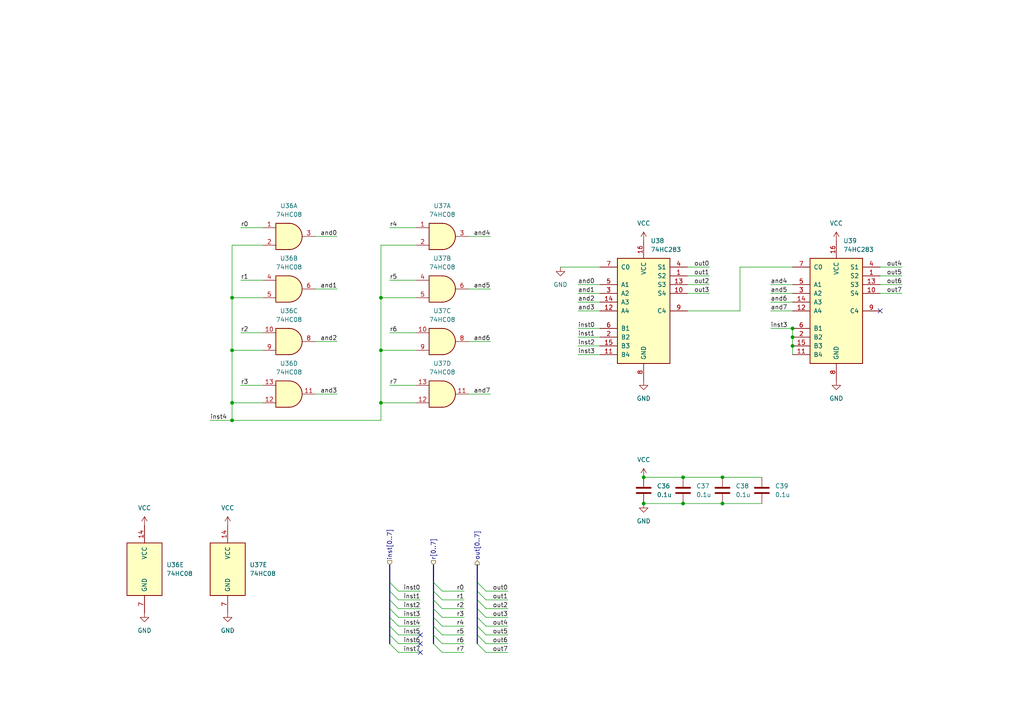
<source format=kicad_sch>
(kicad_sch (version 20211123) (generator eeschema)

  (uuid 4f99a9a9-1d05-4056-ab19-16567dbe3e7f)

  (paper "A4")

  (lib_symbols
    (symbol "74xx:74LS08" (pin_names (offset 1.016)) (in_bom yes) (on_board yes)
      (property "Reference" "U" (id 0) (at 0 1.27 0)
        (effects (font (size 1.27 1.27)))
      )
      (property "Value" "74LS08" (id 1) (at 0 -1.27 0)
        (effects (font (size 1.27 1.27)))
      )
      (property "Footprint" "" (id 2) (at 0 0 0)
        (effects (font (size 1.27 1.27)) hide)
      )
      (property "Datasheet" "http://www.ti.com/lit/gpn/sn74LS08" (id 3) (at 0 0 0)
        (effects (font (size 1.27 1.27)) hide)
      )
      (property "ki_locked" "" (id 4) (at 0 0 0)
        (effects (font (size 1.27 1.27)))
      )
      (property "ki_keywords" "TTL and2" (id 5) (at 0 0 0)
        (effects (font (size 1.27 1.27)) hide)
      )
      (property "ki_description" "Quad And2" (id 6) (at 0 0 0)
        (effects (font (size 1.27 1.27)) hide)
      )
      (property "ki_fp_filters" "DIP*W7.62mm*" (id 7) (at 0 0 0)
        (effects (font (size 1.27 1.27)) hide)
      )
      (symbol "74LS08_1_1"
        (arc (start 0 -3.81) (mid 3.81 0) (end 0 3.81)
          (stroke (width 0.254) (type default) (color 0 0 0 0))
          (fill (type background))
        )
        (polyline
          (pts
            (xy 0 3.81)
            (xy -3.81 3.81)
            (xy -3.81 -3.81)
            (xy 0 -3.81)
          )
          (stroke (width 0.254) (type default) (color 0 0 0 0))
          (fill (type background))
        )
        (pin input line (at -7.62 2.54 0) (length 3.81)
          (name "~" (effects (font (size 1.27 1.27))))
          (number "1" (effects (font (size 1.27 1.27))))
        )
        (pin input line (at -7.62 -2.54 0) (length 3.81)
          (name "~" (effects (font (size 1.27 1.27))))
          (number "2" (effects (font (size 1.27 1.27))))
        )
        (pin output line (at 7.62 0 180) (length 3.81)
          (name "~" (effects (font (size 1.27 1.27))))
          (number "3" (effects (font (size 1.27 1.27))))
        )
      )
      (symbol "74LS08_1_2"
        (arc (start -3.81 -3.81) (mid -2.589 0) (end -3.81 3.81)
          (stroke (width 0.254) (type default) (color 0 0 0 0))
          (fill (type none))
        )
        (arc (start -0.6096 -3.81) (mid 2.1855 -2.584) (end 3.81 0)
          (stroke (width 0.254) (type default) (color 0 0 0 0))
          (fill (type background))
        )
        (polyline
          (pts
            (xy -3.81 -3.81)
            (xy -0.635 -3.81)
          )
          (stroke (width 0.254) (type default) (color 0 0 0 0))
          (fill (type background))
        )
        (polyline
          (pts
            (xy -3.81 3.81)
            (xy -0.635 3.81)
          )
          (stroke (width 0.254) (type default) (color 0 0 0 0))
          (fill (type background))
        )
        (polyline
          (pts
            (xy -0.635 3.81)
            (xy -3.81 3.81)
            (xy -3.81 3.81)
            (xy -3.556 3.4036)
            (xy -3.0226 2.2606)
            (xy -2.6924 1.0414)
            (xy -2.6162 -0.254)
            (xy -2.7686 -1.4986)
            (xy -3.175 -2.7178)
            (xy -3.81 -3.81)
            (xy -3.81 -3.81)
            (xy -0.635 -3.81)
          )
          (stroke (width -25.4) (type default) (color 0 0 0 0))
          (fill (type background))
        )
        (arc (start 3.81 0) (mid 2.1928 2.5925) (end -0.6096 3.81)
          (stroke (width 0.254) (type default) (color 0 0 0 0))
          (fill (type background))
        )
        (pin input inverted (at -7.62 2.54 0) (length 4.318)
          (name "~" (effects (font (size 1.27 1.27))))
          (number "1" (effects (font (size 1.27 1.27))))
        )
        (pin input inverted (at -7.62 -2.54 0) (length 4.318)
          (name "~" (effects (font (size 1.27 1.27))))
          (number "2" (effects (font (size 1.27 1.27))))
        )
        (pin output inverted (at 7.62 0 180) (length 3.81)
          (name "~" (effects (font (size 1.27 1.27))))
          (number "3" (effects (font (size 1.27 1.27))))
        )
      )
      (symbol "74LS08_2_1"
        (arc (start 0 -3.81) (mid 3.81 0) (end 0 3.81)
          (stroke (width 0.254) (type default) (color 0 0 0 0))
          (fill (type background))
        )
        (polyline
          (pts
            (xy 0 3.81)
            (xy -3.81 3.81)
            (xy -3.81 -3.81)
            (xy 0 -3.81)
          )
          (stroke (width 0.254) (type default) (color 0 0 0 0))
          (fill (type background))
        )
        (pin input line (at -7.62 2.54 0) (length 3.81)
          (name "~" (effects (font (size 1.27 1.27))))
          (number "4" (effects (font (size 1.27 1.27))))
        )
        (pin input line (at -7.62 -2.54 0) (length 3.81)
          (name "~" (effects (font (size 1.27 1.27))))
          (number "5" (effects (font (size 1.27 1.27))))
        )
        (pin output line (at 7.62 0 180) (length 3.81)
          (name "~" (effects (font (size 1.27 1.27))))
          (number "6" (effects (font (size 1.27 1.27))))
        )
      )
      (symbol "74LS08_2_2"
        (arc (start -3.81 -3.81) (mid -2.589 0) (end -3.81 3.81)
          (stroke (width 0.254) (type default) (color 0 0 0 0))
          (fill (type none))
        )
        (arc (start -0.6096 -3.81) (mid 2.1855 -2.584) (end 3.81 0)
          (stroke (width 0.254) (type default) (color 0 0 0 0))
          (fill (type background))
        )
        (polyline
          (pts
            (xy -3.81 -3.81)
            (xy -0.635 -3.81)
          )
          (stroke (width 0.254) (type default) (color 0 0 0 0))
          (fill (type background))
        )
        (polyline
          (pts
            (xy -3.81 3.81)
            (xy -0.635 3.81)
          )
          (stroke (width 0.254) (type default) (color 0 0 0 0))
          (fill (type background))
        )
        (polyline
          (pts
            (xy -0.635 3.81)
            (xy -3.81 3.81)
            (xy -3.81 3.81)
            (xy -3.556 3.4036)
            (xy -3.0226 2.2606)
            (xy -2.6924 1.0414)
            (xy -2.6162 -0.254)
            (xy -2.7686 -1.4986)
            (xy -3.175 -2.7178)
            (xy -3.81 -3.81)
            (xy -3.81 -3.81)
            (xy -0.635 -3.81)
          )
          (stroke (width -25.4) (type default) (color 0 0 0 0))
          (fill (type background))
        )
        (arc (start 3.81 0) (mid 2.1928 2.5925) (end -0.6096 3.81)
          (stroke (width 0.254) (type default) (color 0 0 0 0))
          (fill (type background))
        )
        (pin input inverted (at -7.62 2.54 0) (length 4.318)
          (name "~" (effects (font (size 1.27 1.27))))
          (number "4" (effects (font (size 1.27 1.27))))
        )
        (pin input inverted (at -7.62 -2.54 0) (length 4.318)
          (name "~" (effects (font (size 1.27 1.27))))
          (number "5" (effects (font (size 1.27 1.27))))
        )
        (pin output inverted (at 7.62 0 180) (length 3.81)
          (name "~" (effects (font (size 1.27 1.27))))
          (number "6" (effects (font (size 1.27 1.27))))
        )
      )
      (symbol "74LS08_3_1"
        (arc (start 0 -3.81) (mid 3.81 0) (end 0 3.81)
          (stroke (width 0.254) (type default) (color 0 0 0 0))
          (fill (type background))
        )
        (polyline
          (pts
            (xy 0 3.81)
            (xy -3.81 3.81)
            (xy -3.81 -3.81)
            (xy 0 -3.81)
          )
          (stroke (width 0.254) (type default) (color 0 0 0 0))
          (fill (type background))
        )
        (pin input line (at -7.62 -2.54 0) (length 3.81)
          (name "~" (effects (font (size 1.27 1.27))))
          (number "10" (effects (font (size 1.27 1.27))))
        )
        (pin output line (at 7.62 0 180) (length 3.81)
          (name "~" (effects (font (size 1.27 1.27))))
          (number "8" (effects (font (size 1.27 1.27))))
        )
        (pin input line (at -7.62 2.54 0) (length 3.81)
          (name "~" (effects (font (size 1.27 1.27))))
          (number "9" (effects (font (size 1.27 1.27))))
        )
      )
      (symbol "74LS08_3_2"
        (arc (start -3.81 -3.81) (mid -2.589 0) (end -3.81 3.81)
          (stroke (width 0.254) (type default) (color 0 0 0 0))
          (fill (type none))
        )
        (arc (start -0.6096 -3.81) (mid 2.1855 -2.584) (end 3.81 0)
          (stroke (width 0.254) (type default) (color 0 0 0 0))
          (fill (type background))
        )
        (polyline
          (pts
            (xy -3.81 -3.81)
            (xy -0.635 -3.81)
          )
          (stroke (width 0.254) (type default) (color 0 0 0 0))
          (fill (type background))
        )
        (polyline
          (pts
            (xy -3.81 3.81)
            (xy -0.635 3.81)
          )
          (stroke (width 0.254) (type default) (color 0 0 0 0))
          (fill (type background))
        )
        (polyline
          (pts
            (xy -0.635 3.81)
            (xy -3.81 3.81)
            (xy -3.81 3.81)
            (xy -3.556 3.4036)
            (xy -3.0226 2.2606)
            (xy -2.6924 1.0414)
            (xy -2.6162 -0.254)
            (xy -2.7686 -1.4986)
            (xy -3.175 -2.7178)
            (xy -3.81 -3.81)
            (xy -3.81 -3.81)
            (xy -0.635 -3.81)
          )
          (stroke (width -25.4) (type default) (color 0 0 0 0))
          (fill (type background))
        )
        (arc (start 3.81 0) (mid 2.1928 2.5925) (end -0.6096 3.81)
          (stroke (width 0.254) (type default) (color 0 0 0 0))
          (fill (type background))
        )
        (pin input inverted (at -7.62 -2.54 0) (length 4.318)
          (name "~" (effects (font (size 1.27 1.27))))
          (number "10" (effects (font (size 1.27 1.27))))
        )
        (pin output inverted (at 7.62 0 180) (length 3.81)
          (name "~" (effects (font (size 1.27 1.27))))
          (number "8" (effects (font (size 1.27 1.27))))
        )
        (pin input inverted (at -7.62 2.54 0) (length 4.318)
          (name "~" (effects (font (size 1.27 1.27))))
          (number "9" (effects (font (size 1.27 1.27))))
        )
      )
      (symbol "74LS08_4_1"
        (arc (start 0 -3.81) (mid 3.81 0) (end 0 3.81)
          (stroke (width 0.254) (type default) (color 0 0 0 0))
          (fill (type background))
        )
        (polyline
          (pts
            (xy 0 3.81)
            (xy -3.81 3.81)
            (xy -3.81 -3.81)
            (xy 0 -3.81)
          )
          (stroke (width 0.254) (type default) (color 0 0 0 0))
          (fill (type background))
        )
        (pin output line (at 7.62 0 180) (length 3.81)
          (name "~" (effects (font (size 1.27 1.27))))
          (number "11" (effects (font (size 1.27 1.27))))
        )
        (pin input line (at -7.62 2.54 0) (length 3.81)
          (name "~" (effects (font (size 1.27 1.27))))
          (number "12" (effects (font (size 1.27 1.27))))
        )
        (pin input line (at -7.62 -2.54 0) (length 3.81)
          (name "~" (effects (font (size 1.27 1.27))))
          (number "13" (effects (font (size 1.27 1.27))))
        )
      )
      (symbol "74LS08_4_2"
        (arc (start -3.81 -3.81) (mid -2.589 0) (end -3.81 3.81)
          (stroke (width 0.254) (type default) (color 0 0 0 0))
          (fill (type none))
        )
        (arc (start -0.6096 -3.81) (mid 2.1855 -2.584) (end 3.81 0)
          (stroke (width 0.254) (type default) (color 0 0 0 0))
          (fill (type background))
        )
        (polyline
          (pts
            (xy -3.81 -3.81)
            (xy -0.635 -3.81)
          )
          (stroke (width 0.254) (type default) (color 0 0 0 0))
          (fill (type background))
        )
        (polyline
          (pts
            (xy -3.81 3.81)
            (xy -0.635 3.81)
          )
          (stroke (width 0.254) (type default) (color 0 0 0 0))
          (fill (type background))
        )
        (polyline
          (pts
            (xy -0.635 3.81)
            (xy -3.81 3.81)
            (xy -3.81 3.81)
            (xy -3.556 3.4036)
            (xy -3.0226 2.2606)
            (xy -2.6924 1.0414)
            (xy -2.6162 -0.254)
            (xy -2.7686 -1.4986)
            (xy -3.175 -2.7178)
            (xy -3.81 -3.81)
            (xy -3.81 -3.81)
            (xy -0.635 -3.81)
          )
          (stroke (width -25.4) (type default) (color 0 0 0 0))
          (fill (type background))
        )
        (arc (start 3.81 0) (mid 2.1928 2.5925) (end -0.6096 3.81)
          (stroke (width 0.254) (type default) (color 0 0 0 0))
          (fill (type background))
        )
        (pin output inverted (at 7.62 0 180) (length 3.81)
          (name "~" (effects (font (size 1.27 1.27))))
          (number "11" (effects (font (size 1.27 1.27))))
        )
        (pin input inverted (at -7.62 2.54 0) (length 4.318)
          (name "~" (effects (font (size 1.27 1.27))))
          (number "12" (effects (font (size 1.27 1.27))))
        )
        (pin input inverted (at -7.62 -2.54 0) (length 4.318)
          (name "~" (effects (font (size 1.27 1.27))))
          (number "13" (effects (font (size 1.27 1.27))))
        )
      )
      (symbol "74LS08_5_0"
        (pin power_in line (at 0 12.7 270) (length 5.08)
          (name "VCC" (effects (font (size 1.27 1.27))))
          (number "14" (effects (font (size 1.27 1.27))))
        )
        (pin power_in line (at 0 -12.7 90) (length 5.08)
          (name "GND" (effects (font (size 1.27 1.27))))
          (number "7" (effects (font (size 1.27 1.27))))
        )
      )
      (symbol "74LS08_5_1"
        (rectangle (start -5.08 7.62) (end 5.08 -7.62)
          (stroke (width 0.254) (type default) (color 0 0 0 0))
          (fill (type background))
        )
      )
    )
    (symbol "74xx:74LS283" (pin_names (offset 1.016)) (in_bom yes) (on_board yes)
      (property "Reference" "U" (id 0) (at -7.62 16.51 0)
        (effects (font (size 1.27 1.27)))
      )
      (property "Value" "74LS283" (id 1) (at -7.62 -16.51 0)
        (effects (font (size 1.27 1.27)))
      )
      (property "Footprint" "" (id 2) (at 0 0 0)
        (effects (font (size 1.27 1.27)) hide)
      )
      (property "Datasheet" "http://www.ti.com/lit/gpn/sn74LS283" (id 3) (at 0 0 0)
        (effects (font (size 1.27 1.27)) hide)
      )
      (property "ki_locked" "" (id 4) (at 0 0 0)
        (effects (font (size 1.27 1.27)))
      )
      (property "ki_keywords" "TTL ADD Arith ALU" (id 5) (at 0 0 0)
        (effects (font (size 1.27 1.27)) hide)
      )
      (property "ki_description" "4-bit full Adder" (id 6) (at 0 0 0)
        (effects (font (size 1.27 1.27)) hide)
      )
      (property "ki_fp_filters" "DIP?16*" (id 7) (at 0 0 0)
        (effects (font (size 1.27 1.27)) hide)
      )
      (symbol "74LS283_1_0"
        (pin output line (at 12.7 10.16 180) (length 5.08)
          (name "S2" (effects (font (size 1.27 1.27))))
          (number "1" (effects (font (size 1.27 1.27))))
        )
        (pin output line (at 12.7 5.08 180) (length 5.08)
          (name "S4" (effects (font (size 1.27 1.27))))
          (number "10" (effects (font (size 1.27 1.27))))
        )
        (pin input line (at -12.7 -12.7 0) (length 5.08)
          (name "B4" (effects (font (size 1.27 1.27))))
          (number "11" (effects (font (size 1.27 1.27))))
        )
        (pin input line (at -12.7 0 0) (length 5.08)
          (name "A4" (effects (font (size 1.27 1.27))))
          (number "12" (effects (font (size 1.27 1.27))))
        )
        (pin output line (at 12.7 7.62 180) (length 5.08)
          (name "S3" (effects (font (size 1.27 1.27))))
          (number "13" (effects (font (size 1.27 1.27))))
        )
        (pin input line (at -12.7 2.54 0) (length 5.08)
          (name "A3" (effects (font (size 1.27 1.27))))
          (number "14" (effects (font (size 1.27 1.27))))
        )
        (pin input line (at -12.7 -10.16 0) (length 5.08)
          (name "B3" (effects (font (size 1.27 1.27))))
          (number "15" (effects (font (size 1.27 1.27))))
        )
        (pin power_in line (at 0 20.32 270) (length 5.08)
          (name "VCC" (effects (font (size 1.27 1.27))))
          (number "16" (effects (font (size 1.27 1.27))))
        )
        (pin input line (at -12.7 -7.62 0) (length 5.08)
          (name "B2" (effects (font (size 1.27 1.27))))
          (number "2" (effects (font (size 1.27 1.27))))
        )
        (pin input line (at -12.7 5.08 0) (length 5.08)
          (name "A2" (effects (font (size 1.27 1.27))))
          (number "3" (effects (font (size 1.27 1.27))))
        )
        (pin output line (at 12.7 12.7 180) (length 5.08)
          (name "S1" (effects (font (size 1.27 1.27))))
          (number "4" (effects (font (size 1.27 1.27))))
        )
        (pin input line (at -12.7 7.62 0) (length 5.08)
          (name "A1" (effects (font (size 1.27 1.27))))
          (number "5" (effects (font (size 1.27 1.27))))
        )
        (pin input line (at -12.7 -5.08 0) (length 5.08)
          (name "B1" (effects (font (size 1.27 1.27))))
          (number "6" (effects (font (size 1.27 1.27))))
        )
        (pin input line (at -12.7 12.7 0) (length 5.08)
          (name "C0" (effects (font (size 1.27 1.27))))
          (number "7" (effects (font (size 1.27 1.27))))
        )
        (pin power_in line (at 0 -20.32 90) (length 5.08)
          (name "GND" (effects (font (size 1.27 1.27))))
          (number "8" (effects (font (size 1.27 1.27))))
        )
        (pin output line (at 12.7 0 180) (length 5.08)
          (name "C4" (effects (font (size 1.27 1.27))))
          (number "9" (effects (font (size 1.27 1.27))))
        )
      )
      (symbol "74LS283_1_1"
        (rectangle (start -7.62 15.24) (end 7.62 -15.24)
          (stroke (width 0.254) (type default) (color 0 0 0 0))
          (fill (type background))
        )
      )
    )
    (symbol "Device:C" (pin_numbers hide) (pin_names (offset 0.254)) (in_bom yes) (on_board yes)
      (property "Reference" "C" (id 0) (at 0.635 2.54 0)
        (effects (font (size 1.27 1.27)) (justify left))
      )
      (property "Value" "C" (id 1) (at 0.635 -2.54 0)
        (effects (font (size 1.27 1.27)) (justify left))
      )
      (property "Footprint" "" (id 2) (at 0.9652 -3.81 0)
        (effects (font (size 1.27 1.27)) hide)
      )
      (property "Datasheet" "~" (id 3) (at 0 0 0)
        (effects (font (size 1.27 1.27)) hide)
      )
      (property "ki_keywords" "cap capacitor" (id 4) (at 0 0 0)
        (effects (font (size 1.27 1.27)) hide)
      )
      (property "ki_description" "Unpolarized capacitor" (id 5) (at 0 0 0)
        (effects (font (size 1.27 1.27)) hide)
      )
      (property "ki_fp_filters" "C_*" (id 6) (at 0 0 0)
        (effects (font (size 1.27 1.27)) hide)
      )
      (symbol "C_0_1"
        (polyline
          (pts
            (xy -2.032 -0.762)
            (xy 2.032 -0.762)
          )
          (stroke (width 0.508) (type default) (color 0 0 0 0))
          (fill (type none))
        )
        (polyline
          (pts
            (xy -2.032 0.762)
            (xy 2.032 0.762)
          )
          (stroke (width 0.508) (type default) (color 0 0 0 0))
          (fill (type none))
        )
      )
      (symbol "C_1_1"
        (pin passive line (at 0 3.81 270) (length 2.794)
          (name "~" (effects (font (size 1.27 1.27))))
          (number "1" (effects (font (size 1.27 1.27))))
        )
        (pin passive line (at 0 -3.81 90) (length 2.794)
          (name "~" (effects (font (size 1.27 1.27))))
          (number "2" (effects (font (size 1.27 1.27))))
        )
      )
    )
    (symbol "power:GND" (power) (pin_names (offset 0)) (in_bom yes) (on_board yes)
      (property "Reference" "#PWR" (id 0) (at 0 -6.35 0)
        (effects (font (size 1.27 1.27)) hide)
      )
      (property "Value" "GND" (id 1) (at 0 -3.81 0)
        (effects (font (size 1.27 1.27)))
      )
      (property "Footprint" "" (id 2) (at 0 0 0)
        (effects (font (size 1.27 1.27)) hide)
      )
      (property "Datasheet" "" (id 3) (at 0 0 0)
        (effects (font (size 1.27 1.27)) hide)
      )
      (property "ki_keywords" "power-flag" (id 4) (at 0 0 0)
        (effects (font (size 1.27 1.27)) hide)
      )
      (property "ki_description" "Power symbol creates a global label with name \"GND\" , ground" (id 5) (at 0 0 0)
        (effects (font (size 1.27 1.27)) hide)
      )
      (symbol "GND_0_1"
        (polyline
          (pts
            (xy 0 0)
            (xy 0 -1.27)
            (xy 1.27 -1.27)
            (xy 0 -2.54)
            (xy -1.27 -1.27)
            (xy 0 -1.27)
          )
          (stroke (width 0) (type default) (color 0 0 0 0))
          (fill (type none))
        )
      )
      (symbol "GND_1_1"
        (pin power_in line (at 0 0 270) (length 0) hide
          (name "GND" (effects (font (size 1.27 1.27))))
          (number "1" (effects (font (size 1.27 1.27))))
        )
      )
    )
    (symbol "power:VCC" (power) (pin_names (offset 0)) (in_bom yes) (on_board yes)
      (property "Reference" "#PWR" (id 0) (at 0 -3.81 0)
        (effects (font (size 1.27 1.27)) hide)
      )
      (property "Value" "VCC" (id 1) (at 0 3.81 0)
        (effects (font (size 1.27 1.27)))
      )
      (property "Footprint" "" (id 2) (at 0 0 0)
        (effects (font (size 1.27 1.27)) hide)
      )
      (property "Datasheet" "" (id 3) (at 0 0 0)
        (effects (font (size 1.27 1.27)) hide)
      )
      (property "ki_keywords" "power-flag" (id 4) (at 0 0 0)
        (effects (font (size 1.27 1.27)) hide)
      )
      (property "ki_description" "Power symbol creates a global label with name \"VCC\"" (id 5) (at 0 0 0)
        (effects (font (size 1.27 1.27)) hide)
      )
      (symbol "VCC_0_1"
        (polyline
          (pts
            (xy -0.762 1.27)
            (xy 0 2.54)
          )
          (stroke (width 0) (type default) (color 0 0 0 0))
          (fill (type none))
        )
        (polyline
          (pts
            (xy 0 0)
            (xy 0 2.54)
          )
          (stroke (width 0) (type default) (color 0 0 0 0))
          (fill (type none))
        )
        (polyline
          (pts
            (xy 0 2.54)
            (xy 0.762 1.27)
          )
          (stroke (width 0) (type default) (color 0 0 0 0))
          (fill (type none))
        )
      )
      (symbol "VCC_1_1"
        (pin power_in line (at 0 0 90) (length 0) hide
          (name "VCC" (effects (font (size 1.27 1.27))))
          (number "1" (effects (font (size 1.27 1.27))))
        )
      )
    )
  )

  (junction (at 229.87 100.33) (diameter 0) (color 0 0 0 0)
    (uuid 082689e3-d62d-4161-987a-3193b7b6753d)
  )
  (junction (at 209.55 146.05) (diameter 0) (color 0 0 0 0)
    (uuid 2d759d89-820c-4981-b6c4-f9cedd778054)
  )
  (junction (at 67.31 121.92) (diameter 0) (color 0 0 0 0)
    (uuid 2edfaafb-f1bb-44c3-8177-084603031dc8)
  )
  (junction (at 67.31 101.6) (diameter 0) (color 0 0 0 0)
    (uuid 4a0e3e00-946b-4490-822d-91ed02d274f6)
  )
  (junction (at 229.87 95.25) (diameter 0) (color 0 0 0 0)
    (uuid 4fb46d41-f6cc-430c-a792-7eba2d6de6e7)
  )
  (junction (at 110.49 116.84) (diameter 0) (color 0 0 0 0)
    (uuid 503be052-dc98-4497-a416-e12cba676ecd)
  )
  (junction (at 67.31 86.36) (diameter 0) (color 0 0 0 0)
    (uuid 754f678f-ca32-41f7-862e-6d44eff53da6)
  )
  (junction (at 67.31 116.84) (diameter 0) (color 0 0 0 0)
    (uuid 79f0ee2f-5cfc-4ed7-962c-eb739de65cdd)
  )
  (junction (at 110.49 101.6) (diameter 0) (color 0 0 0 0)
    (uuid 80acddad-b884-4683-9634-2ac87789add4)
  )
  (junction (at 209.55 138.43) (diameter 0) (color 0 0 0 0)
    (uuid 9c9f51e1-ad14-4570-ad27-78a1e0061dfe)
  )
  (junction (at 229.87 97.79) (diameter 0) (color 0 0 0 0)
    (uuid a1b422d4-fbde-4108-a1fa-cfd6a27bd2ce)
  )
  (junction (at 186.69 138.43) (diameter 0) (color 0 0 0 0)
    (uuid a8ddf4f1-a668-4eaf-8aca-1e577c246bf3)
  )
  (junction (at 198.12 146.05) (diameter 0) (color 0 0 0 0)
    (uuid c50485da-25c3-448c-b305-381d0d818afe)
  )
  (junction (at 198.12 138.43) (diameter 0) (color 0 0 0 0)
    (uuid d6258f19-0cdb-44f4-9a38-ba0a19076991)
  )
  (junction (at 186.69 146.05) (diameter 0) (color 0 0 0 0)
    (uuid e291148a-d9a5-4d87-bc22-09998c893d95)
  )
  (junction (at 110.49 86.36) (diameter 0) (color 0 0 0 0)
    (uuid fdb7f2a0-742b-45fa-b613-659361fbbf3a)
  )

  (no_connect (at 255.27 90.17) (uuid 2fb9da56-1aed-4bf9-9947-6ec67b299c89))
  (no_connect (at 121.92 189.23) (uuid 4d919db0-c9fa-4c59-81b5-54d61afcbc24))
  (no_connect (at 121.92 184.15) (uuid 8cffd005-7edd-40c8-b9f1-b2c5c7dbcb82))
  (no_connect (at 121.92 186.69) (uuid 8ed51e30-4eb9-49f5-8322-d8f0b143b70e))

  (bus_entry (at 125.73 173.99) (size 2.54 2.54)
    (stroke (width 0) (type default) (color 0 0 0 0))
    (uuid 2859d50d-26bf-4402-8e49-37638f65cfc1)
  )
  (bus_entry (at 138.43 171.45) (size 2.54 2.54)
    (stroke (width 0) (type default) (color 0 0 0 0))
    (uuid 2b875d50-23fd-42b5-bb8b-4761e92d0d36)
  )
  (bus_entry (at 125.73 181.61) (size 2.54 2.54)
    (stroke (width 0) (type default) (color 0 0 0 0))
    (uuid 3d72c3e5-94e9-4323-a36c-e970ad8db3eb)
  )
  (bus_entry (at 113.03 168.91) (size 2.54 2.54)
    (stroke (width 0) (type default) (color 0 0 0 0))
    (uuid 42c11837-9acf-4eea-b420-3dbccfcc852b)
  )
  (bus_entry (at 125.73 186.69) (size 2.54 2.54)
    (stroke (width 0) (type default) (color 0 0 0 0))
    (uuid 5cb167f2-0db0-4cb1-87e4-94e5d2e4ec0c)
  )
  (bus_entry (at 138.43 179.07) (size 2.54 2.54)
    (stroke (width 0) (type default) (color 0 0 0 0))
    (uuid 69e4a3f2-f7bf-4149-a42a-8fbb58735322)
  )
  (bus_entry (at 138.43 173.99) (size 2.54 2.54)
    (stroke (width 0) (type default) (color 0 0 0 0))
    (uuid 8087864d-99ed-4c70-b616-bb2f9f1f435a)
  )
  (bus_entry (at 113.03 186.69) (size 2.54 2.54)
    (stroke (width 0) (type default) (color 0 0 0 0))
    (uuid 829587c0-93d3-4d33-bae3-f8903834871d)
  )
  (bus_entry (at 125.73 176.53) (size 2.54 2.54)
    (stroke (width 0) (type default) (color 0 0 0 0))
    (uuid 84146301-7b20-42de-ac3c-782c895710c3)
  )
  (bus_entry (at 125.73 179.07) (size 2.54 2.54)
    (stroke (width 0) (type default) (color 0 0 0 0))
    (uuid 8b358c41-6000-4b1d-8fdc-4c74961ac389)
  )
  (bus_entry (at 113.03 179.07) (size 2.54 2.54)
    (stroke (width 0) (type default) (color 0 0 0 0))
    (uuid 8d282b87-f8a0-4410-84e6-cb0e20b5f9d5)
  )
  (bus_entry (at 113.03 184.15) (size 2.54 2.54)
    (stroke (width 0) (type default) (color 0 0 0 0))
    (uuid a9668fd1-3a68-4478-a521-98b4a7fdc558)
  )
  (bus_entry (at 138.43 186.69) (size 2.54 2.54)
    (stroke (width 0) (type default) (color 0 0 0 0))
    (uuid bce2e03a-2f41-48de-9a8b-97f384430488)
  )
  (bus_entry (at 125.73 184.15) (size 2.54 2.54)
    (stroke (width 0) (type default) (color 0 0 0 0))
    (uuid c51bacd3-3507-4e86-a016-3f4d6c147c25)
  )
  (bus_entry (at 113.03 171.45) (size 2.54 2.54)
    (stroke (width 0) (type default) (color 0 0 0 0))
    (uuid ca7bddeb-fe5d-4c03-9b69-71579de3c19b)
  )
  (bus_entry (at 138.43 184.15) (size 2.54 2.54)
    (stroke (width 0) (type default) (color 0 0 0 0))
    (uuid d0828495-72bc-441a-b64e-d806671995b8)
  )
  (bus_entry (at 125.73 168.91) (size 2.54 2.54)
    (stroke (width 0) (type default) (color 0 0 0 0))
    (uuid d6e240cf-739c-4e26-a273-3d87243af679)
  )
  (bus_entry (at 138.43 181.61) (size 2.54 2.54)
    (stroke (width 0) (type default) (color 0 0 0 0))
    (uuid d8c61e66-88be-4d8c-93a5-b7b80000c8ea)
  )
  (bus_entry (at 138.43 168.91) (size 2.54 2.54)
    (stroke (width 0) (type default) (color 0 0 0 0))
    (uuid e2552a04-df64-49e5-8317-ea20f5d69d46)
  )
  (bus_entry (at 125.73 171.45) (size 2.54 2.54)
    (stroke (width 0) (type default) (color 0 0 0 0))
    (uuid e28f057a-11fd-4cb1-a98d-730ca54b9b60)
  )
  (bus_entry (at 113.03 176.53) (size 2.54 2.54)
    (stroke (width 0) (type default) (color 0 0 0 0))
    (uuid e82beee5-4d0d-4812-b774-c7c3844e3089)
  )
  (bus_entry (at 113.03 181.61) (size 2.54 2.54)
    (stroke (width 0) (type default) (color 0 0 0 0))
    (uuid f28cd79a-f0c6-4269-9b26-29b2f8495b9a)
  )
  (bus_entry (at 113.03 173.99) (size 2.54 2.54)
    (stroke (width 0) (type default) (color 0 0 0 0))
    (uuid f8768f83-6c4e-49a4-a22e-d2fbc6562a99)
  )
  (bus_entry (at 138.43 176.53) (size 2.54 2.54)
    (stroke (width 0) (type default) (color 0 0 0 0))
    (uuid f94f9d39-e0df-4876-be55-96402fb5fd40)
  )

  (wire (pts (xy 110.49 116.84) (xy 120.65 116.84))
    (stroke (width 0) (type default) (color 0 0 0 0))
    (uuid 00c3ec5c-bd2d-4d39-9442-ac3a8905ea8f)
  )
  (wire (pts (xy 255.27 77.47) (xy 261.62 77.47))
    (stroke (width 0) (type default) (color 0 0 0 0))
    (uuid 01644dfc-c1fd-47ac-ade1-7b9cb9695b49)
  )
  (wire (pts (xy 223.52 95.25) (xy 229.87 95.25))
    (stroke (width 0) (type default) (color 0 0 0 0))
    (uuid 01f449f5-ecf3-49ed-86af-680591357f5a)
  )
  (wire (pts (xy 135.89 99.06) (xy 142.24 99.06))
    (stroke (width 0) (type default) (color 0 0 0 0))
    (uuid 04a12b95-facf-498e-ba0c-925c85168a12)
  )
  (wire (pts (xy 186.69 138.43) (xy 198.12 138.43))
    (stroke (width 0) (type default) (color 0 0 0 0))
    (uuid 04bef206-09b2-4105-942e-c421b4d244ed)
  )
  (wire (pts (xy 91.44 68.58) (xy 97.79 68.58))
    (stroke (width 0) (type default) (color 0 0 0 0))
    (uuid 07e3bc8c-3b2a-4af6-b228-e2e97532730c)
  )
  (wire (pts (xy 113.03 81.28) (xy 120.65 81.28))
    (stroke (width 0) (type default) (color 0 0 0 0))
    (uuid 097d1bf5-8f92-48ed-b3b8-343c838cac98)
  )
  (wire (pts (xy 199.39 85.09) (xy 205.74 85.09))
    (stroke (width 0) (type default) (color 0 0 0 0))
    (uuid 09b34f50-f1f6-4aa5-bab0-0cfb873b0f1a)
  )
  (wire (pts (xy 115.57 171.45) (xy 121.92 171.45))
    (stroke (width 0) (type default) (color 0 0 0 0))
    (uuid 09b5fe10-c875-4234-a3f8-3f8d5106b334)
  )
  (bus (pts (xy 113.03 179.07) (xy 113.03 181.61))
    (stroke (width 0) (type default) (color 0 0 0 0))
    (uuid 0e0999d6-85d5-42ac-8c99-5506c2002245)
  )
  (bus (pts (xy 113.03 184.15) (xy 113.03 186.69))
    (stroke (width 0) (type default) (color 0 0 0 0))
    (uuid 144b23b6-48d7-40e9-89a4-7bc3980e7f01)
  )

  (wire (pts (xy 186.69 146.05) (xy 198.12 146.05))
    (stroke (width 0) (type default) (color 0 0 0 0))
    (uuid 1abed8a7-6246-437c-83fa-862698d7313b)
  )
  (wire (pts (xy 110.49 86.36) (xy 110.49 101.6))
    (stroke (width 0) (type default) (color 0 0 0 0))
    (uuid 1ac7c957-53a9-4d8b-9c66-7c85b2258835)
  )
  (bus (pts (xy 125.73 163.83) (xy 125.73 168.91))
    (stroke (width 0) (type default) (color 0 0 0 0))
    (uuid 1c13716c-c9f1-4f4c-be9f-b0f74c05b64a)
  )

  (wire (pts (xy 140.97 186.69) (xy 147.32 186.69))
    (stroke (width 0) (type default) (color 0 0 0 0))
    (uuid 1cc14920-c732-457e-8ae4-1915294c10fa)
  )
  (wire (pts (xy 115.57 179.07) (xy 121.92 179.07))
    (stroke (width 0) (type default) (color 0 0 0 0))
    (uuid 1f271a5a-b274-4fd5-9a4d-083778b9d938)
  )
  (wire (pts (xy 67.31 71.12) (xy 76.2 71.12))
    (stroke (width 0) (type default) (color 0 0 0 0))
    (uuid 2125a2a4-7f4c-49f7-aaca-cb0fe6e484ca)
  )
  (wire (pts (xy 167.64 90.17) (xy 173.99 90.17))
    (stroke (width 0) (type default) (color 0 0 0 0))
    (uuid 233b9c23-7ba9-4e15-8a70-3061337b2a50)
  )
  (wire (pts (xy 115.57 181.61) (xy 121.92 181.61))
    (stroke (width 0) (type default) (color 0 0 0 0))
    (uuid 24c6926c-68c6-4bc7-8d1c-59a7995dfa70)
  )
  (bus (pts (xy 125.73 184.15) (xy 125.73 186.69))
    (stroke (width 0) (type default) (color 0 0 0 0))
    (uuid 2703122c-5c3e-4101-ad08-2ae872bd1370)
  )

  (wire (pts (xy 198.12 138.43) (xy 209.55 138.43))
    (stroke (width 0) (type default) (color 0 0 0 0))
    (uuid 27274f40-0fcd-4952-a733-f2135a64263c)
  )
  (wire (pts (xy 110.49 71.12) (xy 120.65 71.12))
    (stroke (width 0) (type default) (color 0 0 0 0))
    (uuid 2acb3d01-343f-4702-9c40-74563346b56d)
  )
  (bus (pts (xy 138.43 168.91) (xy 138.43 171.45))
    (stroke (width 0) (type default) (color 0 0 0 0))
    (uuid 2f29aa4b-94cf-493c-a13b-120e2255d2b9)
  )

  (wire (pts (xy 199.39 82.55) (xy 205.74 82.55))
    (stroke (width 0) (type default) (color 0 0 0 0))
    (uuid 2f612c4d-9cad-4d7b-bffa-4dd2653aaa8e)
  )
  (wire (pts (xy 167.64 102.87) (xy 173.99 102.87))
    (stroke (width 0) (type default) (color 0 0 0 0))
    (uuid 2fe2ad92-3f4f-4a7c-bfbe-b50d49c35634)
  )
  (wire (pts (xy 67.31 101.6) (xy 76.2 101.6))
    (stroke (width 0) (type default) (color 0 0 0 0))
    (uuid 33d8d9ad-aaef-46a6-96a2-445affa5af88)
  )
  (bus (pts (xy 138.43 181.61) (xy 138.43 184.15))
    (stroke (width 0) (type default) (color 0 0 0 0))
    (uuid 353f192b-6e9c-4024-89ce-0e2042a61ad2)
  )

  (wire (pts (xy 110.49 86.36) (xy 120.65 86.36))
    (stroke (width 0) (type default) (color 0 0 0 0))
    (uuid 36f85679-a13a-4486-8d8d-0b7a1fbe4338)
  )
  (wire (pts (xy 167.64 82.55) (xy 173.99 82.55))
    (stroke (width 0) (type default) (color 0 0 0 0))
    (uuid 373e4582-0353-4a2c-bb56-ed324e73286d)
  )
  (wire (pts (xy 69.85 66.04) (xy 76.2 66.04))
    (stroke (width 0) (type default) (color 0 0 0 0))
    (uuid 405a1dc9-e6f6-4e63-bdc6-d8a3aa166c21)
  )
  (bus (pts (xy 113.03 176.53) (xy 113.03 179.07))
    (stroke (width 0) (type default) (color 0 0 0 0))
    (uuid 4074de59-6d59-415d-b0e1-40f3f013ae2c)
  )

  (wire (pts (xy 110.49 101.6) (xy 120.65 101.6))
    (stroke (width 0) (type default) (color 0 0 0 0))
    (uuid 44f581d6-cb77-4316-be72-0b309675c118)
  )
  (bus (pts (xy 138.43 179.07) (xy 138.43 181.61))
    (stroke (width 0) (type default) (color 0 0 0 0))
    (uuid 475940ed-2b1b-47d5-985b-c5c7deb35e59)
  )

  (wire (pts (xy 209.55 146.05) (xy 220.98 146.05))
    (stroke (width 0) (type default) (color 0 0 0 0))
    (uuid 4879d8b7-0969-44ce-95a6-914b45b3eb02)
  )
  (bus (pts (xy 113.03 173.99) (xy 113.03 176.53))
    (stroke (width 0) (type default) (color 0 0 0 0))
    (uuid 48e6fef5-4ea8-44c3-8408-db7507644bf3)
  )

  (wire (pts (xy 110.49 71.12) (xy 110.49 86.36))
    (stroke (width 0) (type default) (color 0 0 0 0))
    (uuid 4b3e952d-db2d-4b96-a8d2-4fcbac5e7e1f)
  )
  (bus (pts (xy 125.73 176.53) (xy 125.73 179.07))
    (stroke (width 0) (type default) (color 0 0 0 0))
    (uuid 4c2737b0-e9e2-4de1-9f86-13f042d757ec)
  )

  (wire (pts (xy 128.27 179.07) (xy 134.62 179.07))
    (stroke (width 0) (type default) (color 0 0 0 0))
    (uuid 4ec765f5-162a-46c1-9459-19be4de548a0)
  )
  (bus (pts (xy 138.43 184.15) (xy 138.43 186.69))
    (stroke (width 0) (type default) (color 0 0 0 0))
    (uuid 504198ad-c2a2-484a-839c-0d33e17ae2d0)
  )

  (wire (pts (xy 135.89 68.58) (xy 142.24 68.58))
    (stroke (width 0) (type default) (color 0 0 0 0))
    (uuid 5857b22b-7443-403a-b660-bf333f4151b1)
  )
  (bus (pts (xy 125.73 171.45) (xy 125.73 173.99))
    (stroke (width 0) (type default) (color 0 0 0 0))
    (uuid 5ac181d0-51b5-4e4c-9b61-8fa4bafe65f8)
  )

  (wire (pts (xy 162.56 77.47) (xy 173.99 77.47))
    (stroke (width 0) (type default) (color 0 0 0 0))
    (uuid 5acaa275-5503-4d03-a92a-002475053c40)
  )
  (wire (pts (xy 115.57 186.69) (xy 121.92 186.69))
    (stroke (width 0) (type default) (color 0 0 0 0))
    (uuid 5c263dd3-16f7-4472-b89d-626e1a73ff17)
  )
  (bus (pts (xy 125.73 181.61) (xy 125.73 184.15))
    (stroke (width 0) (type default) (color 0 0 0 0))
    (uuid 5da5ee26-719d-4e8e-935f-1408cbbb4bfe)
  )

  (wire (pts (xy 67.31 101.6) (xy 67.31 116.84))
    (stroke (width 0) (type default) (color 0 0 0 0))
    (uuid 5e457332-5038-413f-bbed-abaf93a74db2)
  )
  (wire (pts (xy 223.52 85.09) (xy 229.87 85.09))
    (stroke (width 0) (type default) (color 0 0 0 0))
    (uuid 5e8fccee-0385-4d9f-be00-2cbd8e00ac9e)
  )
  (wire (pts (xy 110.49 101.6) (xy 110.49 116.84))
    (stroke (width 0) (type default) (color 0 0 0 0))
    (uuid 607a5eee-ebac-4d15-b7c5-2d46ddc27735)
  )
  (wire (pts (xy 255.27 82.55) (xy 261.62 82.55))
    (stroke (width 0) (type default) (color 0 0 0 0))
    (uuid 6379d42a-cc74-42f5-87c9-f6ac987b0fa1)
  )
  (wire (pts (xy 199.39 77.47) (xy 205.74 77.47))
    (stroke (width 0) (type default) (color 0 0 0 0))
    (uuid 63a89eaa-2e48-49e7-ae7a-dba458842a45)
  )
  (wire (pts (xy 91.44 114.3) (xy 97.79 114.3))
    (stroke (width 0) (type default) (color 0 0 0 0))
    (uuid 676dec60-2741-42f2-b042-4ecbaa43e415)
  )
  (wire (pts (xy 255.27 85.09) (xy 261.62 85.09))
    (stroke (width 0) (type default) (color 0 0 0 0))
    (uuid 6eef243c-01a0-403a-9988-77bda6a63b42)
  )
  (wire (pts (xy 199.39 80.01) (xy 205.74 80.01))
    (stroke (width 0) (type default) (color 0 0 0 0))
    (uuid 740571f0-270a-4127-bc78-e032343a6328)
  )
  (bus (pts (xy 138.43 171.45) (xy 138.43 173.99))
    (stroke (width 0) (type default) (color 0 0 0 0))
    (uuid 76d949fd-8ac6-4fa4-885f-62a374c902db)
  )
  (bus (pts (xy 138.43 173.99) (xy 138.43 176.53))
    (stroke (width 0) (type default) (color 0 0 0 0))
    (uuid 7a476e07-b676-4e53-9efe-5880438eb5eb)
  )

  (wire (pts (xy 113.03 111.76) (xy 120.65 111.76))
    (stroke (width 0) (type default) (color 0 0 0 0))
    (uuid 7bc2ddb9-4dbc-4e94-b3bf-787655b62699)
  )
  (wire (pts (xy 67.31 71.12) (xy 67.31 86.36))
    (stroke (width 0) (type default) (color 0 0 0 0))
    (uuid 7c5d1ab8-8139-412d-ab01-d576fa76cb8d)
  )
  (wire (pts (xy 198.12 146.05) (xy 209.55 146.05))
    (stroke (width 0) (type default) (color 0 0 0 0))
    (uuid 7f98ed6d-7097-40c7-b2c2-a17238aa00de)
  )
  (wire (pts (xy 60.96 121.92) (xy 67.31 121.92))
    (stroke (width 0) (type default) (color 0 0 0 0))
    (uuid 811d9c41-1c03-4788-bb34-148b25653af6)
  )
  (wire (pts (xy 140.97 189.23) (xy 147.32 189.23))
    (stroke (width 0) (type default) (color 0 0 0 0))
    (uuid 847e3206-33e1-4d31-a00b-f3ed5a90f199)
  )
  (bus (pts (xy 125.73 173.99) (xy 125.73 176.53))
    (stroke (width 0) (type default) (color 0 0 0 0))
    (uuid 850118e9-c7f2-4f8f-bafd-642a3a8f5955)
  )

  (wire (pts (xy 128.27 171.45) (xy 134.62 171.45))
    (stroke (width 0) (type default) (color 0 0 0 0))
    (uuid 86bd1a2d-b13a-4415-bf14-303eff3acf28)
  )
  (wire (pts (xy 209.55 138.43) (xy 220.98 138.43))
    (stroke (width 0) (type default) (color 0 0 0 0))
    (uuid 872ae34a-c691-4c62-aa47-08046001ab6f)
  )
  (bus (pts (xy 125.73 179.07) (xy 125.73 181.61))
    (stroke (width 0) (type default) (color 0 0 0 0))
    (uuid 88592499-b64e-492f-91c3-78b5387984a0)
  )
  (bus (pts (xy 113.03 181.61) (xy 113.03 184.15))
    (stroke (width 0) (type default) (color 0 0 0 0))
    (uuid 88b9de0c-ed5c-4766-b569-d6620061388b)
  )

  (wire (pts (xy 69.85 111.76) (xy 76.2 111.76))
    (stroke (width 0) (type default) (color 0 0 0 0))
    (uuid 8a62497c-5144-44a5-ac42-bd4e674f7153)
  )
  (wire (pts (xy 229.87 97.79) (xy 229.87 100.33))
    (stroke (width 0) (type default) (color 0 0 0 0))
    (uuid 8d11b7b2-839b-4438-b455-61a1447a5a13)
  )
  (wire (pts (xy 115.57 189.23) (xy 121.92 189.23))
    (stroke (width 0) (type default) (color 0 0 0 0))
    (uuid 8d8b35b4-3530-4d33-af95-a57497133a7a)
  )
  (bus (pts (xy 113.03 163.83) (xy 113.03 168.91))
    (stroke (width 0) (type default) (color 0 0 0 0))
    (uuid 8ef00909-a54f-4e9f-b3bd-1119bb074aac)
  )

  (wire (pts (xy 140.97 176.53) (xy 147.32 176.53))
    (stroke (width 0) (type default) (color 0 0 0 0))
    (uuid 8f095e68-f237-47af-ae6f-fd0c5a67b5d0)
  )
  (wire (pts (xy 69.85 96.52) (xy 76.2 96.52))
    (stroke (width 0) (type default) (color 0 0 0 0))
    (uuid 8fdd6380-8e9b-43a5-bb75-ec5e0e444393)
  )
  (wire (pts (xy 229.87 100.33) (xy 229.87 102.87))
    (stroke (width 0) (type default) (color 0 0 0 0))
    (uuid 96b3bac1-e690-490f-b7cf-a3fc7b3955ab)
  )
  (wire (pts (xy 128.27 184.15) (xy 134.62 184.15))
    (stroke (width 0) (type default) (color 0 0 0 0))
    (uuid 982259db-325d-4a38-af90-64301313993a)
  )
  (wire (pts (xy 91.44 83.82) (xy 97.79 83.82))
    (stroke (width 0) (type default) (color 0 0 0 0))
    (uuid 983c9aba-68ab-4f53-b555-e83155fad66b)
  )
  (wire (pts (xy 140.97 171.45) (xy 147.32 171.45))
    (stroke (width 0) (type default) (color 0 0 0 0))
    (uuid 9846541b-1743-474c-8338-1a45c5589993)
  )
  (wire (pts (xy 128.27 186.69) (xy 134.62 186.69))
    (stroke (width 0) (type default) (color 0 0 0 0))
    (uuid 9855fb91-b386-4e03-9469-88ee08df958d)
  )
  (wire (pts (xy 223.52 82.55) (xy 229.87 82.55))
    (stroke (width 0) (type default) (color 0 0 0 0))
    (uuid 9a3429bd-c79f-46a5-8cb8-e7e72939edc0)
  )
  (bus (pts (xy 138.43 176.53) (xy 138.43 179.07))
    (stroke (width 0) (type default) (color 0 0 0 0))
    (uuid 9e336bcf-48bd-4e0f-bcfa-36f077957b3c)
  )

  (wire (pts (xy 167.64 87.63) (xy 173.99 87.63))
    (stroke (width 0) (type default) (color 0 0 0 0))
    (uuid a218ca4f-dfcf-40fb-877b-ff47464eac8e)
  )
  (wire (pts (xy 67.31 86.36) (xy 76.2 86.36))
    (stroke (width 0) (type default) (color 0 0 0 0))
    (uuid a3937906-1a28-4ee7-b2d8-678c276a2e80)
  )
  (wire (pts (xy 113.03 66.04) (xy 120.65 66.04))
    (stroke (width 0) (type default) (color 0 0 0 0))
    (uuid aa6922d8-a9da-4318-ae2e-161cd9d0fa38)
  )
  (wire (pts (xy 91.44 99.06) (xy 97.79 99.06))
    (stroke (width 0) (type default) (color 0 0 0 0))
    (uuid aab317b9-bdb7-4676-bcb3-9bc632ae2ad7)
  )
  (bus (pts (xy 113.03 168.91) (xy 113.03 171.45))
    (stroke (width 0) (type default) (color 0 0 0 0))
    (uuid ad2ae73a-8452-4133-bdcc-b4832321c90e)
  )

  (wire (pts (xy 113.03 96.52) (xy 120.65 96.52))
    (stroke (width 0) (type default) (color 0 0 0 0))
    (uuid b22ea05d-1e1e-4d2e-8a5a-b0bd00a6be70)
  )
  (wire (pts (xy 167.64 85.09) (xy 173.99 85.09))
    (stroke (width 0) (type default) (color 0 0 0 0))
    (uuid b264ef59-72d4-432b-b4d3-f9c9956f9531)
  )
  (wire (pts (xy 67.31 116.84) (xy 76.2 116.84))
    (stroke (width 0) (type default) (color 0 0 0 0))
    (uuid b4b5730b-e2e5-4766-b3cb-a43689c3c94d)
  )
  (wire (pts (xy 214.63 90.17) (xy 214.63 77.47))
    (stroke (width 0) (type default) (color 0 0 0 0))
    (uuid b9984b6d-8b3f-48f5-a5a1-f7297bbbc4c7)
  )
  (bus (pts (xy 113.03 171.45) (xy 113.03 173.99))
    (stroke (width 0) (type default) (color 0 0 0 0))
    (uuid bbacd16f-65f4-4f96-b4ed-516151a1f9cb)
  )

  (wire (pts (xy 214.63 77.47) (xy 229.87 77.47))
    (stroke (width 0) (type default) (color 0 0 0 0))
    (uuid bbcf2251-5e75-4b4d-8e64-23d72a84c5b4)
  )
  (wire (pts (xy 67.31 86.36) (xy 67.31 101.6))
    (stroke (width 0) (type default) (color 0 0 0 0))
    (uuid be69931b-5c65-4e30-87c5-915d59db0621)
  )
  (wire (pts (xy 115.57 173.99) (xy 121.92 173.99))
    (stroke (width 0) (type default) (color 0 0 0 0))
    (uuid c142c3eb-d9fc-48e9-8fe3-9d9c11cf3ea4)
  )
  (wire (pts (xy 128.27 176.53) (xy 134.62 176.53))
    (stroke (width 0) (type default) (color 0 0 0 0))
    (uuid c1cc223b-d35e-43eb-bbee-e68ceb015d40)
  )
  (wire (pts (xy 255.27 80.01) (xy 261.62 80.01))
    (stroke (width 0) (type default) (color 0 0 0 0))
    (uuid c749857e-0705-457f-9aff-dea689632ddd)
  )
  (bus (pts (xy 125.73 168.91) (xy 125.73 171.45))
    (stroke (width 0) (type default) (color 0 0 0 0))
    (uuid ce4ccddc-3df7-4c0a-9975-3e4493725418)
  )

  (wire (pts (xy 69.85 81.28) (xy 76.2 81.28))
    (stroke (width 0) (type default) (color 0 0 0 0))
    (uuid ce9c4a3c-d384-49bf-9d19-ae7f9112c5be)
  )
  (bus (pts (xy 138.43 163.83) (xy 138.43 168.91))
    (stroke (width 0) (type default) (color 0 0 0 0))
    (uuid d5400052-0d17-4038-83f8-f70fc62fa035)
  )

  (wire (pts (xy 128.27 173.99) (xy 134.62 173.99))
    (stroke (width 0) (type default) (color 0 0 0 0))
    (uuid d6560e6b-0feb-4eb3-99f3-389d8425fe8f)
  )
  (wire (pts (xy 135.89 114.3) (xy 142.24 114.3))
    (stroke (width 0) (type default) (color 0 0 0 0))
    (uuid d6576944-b92c-42c9-8737-d38c872a03c0)
  )
  (wire (pts (xy 140.97 179.07) (xy 147.32 179.07))
    (stroke (width 0) (type default) (color 0 0 0 0))
    (uuid d8cffd3a-1bec-4d35-b302-c3191614950b)
  )
  (wire (pts (xy 140.97 181.61) (xy 147.32 181.61))
    (stroke (width 0) (type default) (color 0 0 0 0))
    (uuid da53d3a8-4c3b-40aa-ac52-44d70aa086e1)
  )
  (wire (pts (xy 140.97 184.15) (xy 147.32 184.15))
    (stroke (width 0) (type default) (color 0 0 0 0))
    (uuid dc10d7aa-a677-409f-8eaf-197b75ea490f)
  )
  (wire (pts (xy 110.49 116.84) (xy 110.49 121.92))
    (stroke (width 0) (type default) (color 0 0 0 0))
    (uuid de7a9d32-83d5-41b3-8fff-6c0d05b2a3f9)
  )
  (wire (pts (xy 67.31 121.92) (xy 67.31 116.84))
    (stroke (width 0) (type default) (color 0 0 0 0))
    (uuid e297499c-565c-4700-ba8f-25edc7270344)
  )
  (wire (pts (xy 199.39 90.17) (xy 214.63 90.17))
    (stroke (width 0) (type default) (color 0 0 0 0))
    (uuid e7fd50ac-562b-4871-aef0-f4c2fde7d16b)
  )
  (wire (pts (xy 167.64 97.79) (xy 173.99 97.79))
    (stroke (width 0) (type default) (color 0 0 0 0))
    (uuid ec0830d6-4c72-40bc-8d2e-7af3d6f9cf3b)
  )
  (wire (pts (xy 223.52 87.63) (xy 229.87 87.63))
    (stroke (width 0) (type default) (color 0 0 0 0))
    (uuid edc96afe-7b4d-45c0-bdc2-fed68d7c861a)
  )
  (wire (pts (xy 140.97 173.99) (xy 147.32 173.99))
    (stroke (width 0) (type default) (color 0 0 0 0))
    (uuid ef010587-a5d6-4b35-82a1-5c46237af8a6)
  )
  (wire (pts (xy 229.87 95.25) (xy 229.87 97.79))
    (stroke (width 0) (type default) (color 0 0 0 0))
    (uuid f1734d6e-6b40-4cb4-a56b-36384fc94d09)
  )
  (wire (pts (xy 115.57 176.53) (xy 121.92 176.53))
    (stroke (width 0) (type default) (color 0 0 0 0))
    (uuid f1c76830-dfa5-492e-a922-2e5ac399d594)
  )
  (wire (pts (xy 167.64 100.33) (xy 173.99 100.33))
    (stroke (width 0) (type default) (color 0 0 0 0))
    (uuid f2a6e333-4b8d-43d7-90d6-3ac48458a3c9)
  )
  (wire (pts (xy 128.27 189.23) (xy 134.62 189.23))
    (stroke (width 0) (type default) (color 0 0 0 0))
    (uuid f30e3f2e-6f6f-45f9-b19e-bb64a14bbf98)
  )
  (wire (pts (xy 110.49 121.92) (xy 67.31 121.92))
    (stroke (width 0) (type default) (color 0 0 0 0))
    (uuid f93ffce6-114b-4443-951b-ad76b7f26be6)
  )
  (wire (pts (xy 135.89 83.82) (xy 142.24 83.82))
    (stroke (width 0) (type default) (color 0 0 0 0))
    (uuid fabf9c96-12fa-4783-9370-0b34b0d33129)
  )
  (wire (pts (xy 223.52 90.17) (xy 229.87 90.17))
    (stroke (width 0) (type default) (color 0 0 0 0))
    (uuid fc8de208-1c07-478f-8604-f209a5474bda)
  )
  (wire (pts (xy 128.27 181.61) (xy 134.62 181.61))
    (stroke (width 0) (type default) (color 0 0 0 0))
    (uuid fdc6cb95-abe0-4d2d-b35d-fcc623797ac1)
  )
  (wire (pts (xy 115.57 184.15) (xy 121.92 184.15))
    (stroke (width 0) (type default) (color 0 0 0 0))
    (uuid feba4e1c-66c1-41da-b6f5-2f40c9234229)
  )
  (wire (pts (xy 167.64 95.25) (xy 173.99 95.25))
    (stroke (width 0) (type default) (color 0 0 0 0))
    (uuid ff171414-b359-42bf-ac11-d164ab64f27a)
  )

  (label "inst2" (at 121.92 176.53 180)
    (effects (font (size 1.27 1.27)) (justify right bottom))
    (uuid 07190fbe-f821-4527-9dd7-3208acdef573)
  )
  (label "r0" (at 69.85 66.04 0)
    (effects (font (size 1.27 1.27)) (justify left bottom))
    (uuid 107f509f-386e-4cb2-8e44-8dfa2603e75a)
  )
  (label "inst0" (at 167.64 95.25 0)
    (effects (font (size 1.27 1.27)) (justify left bottom))
    (uuid 10e53c7d-924a-4a1a-848b-7302a415c1ba)
  )
  (label "inst7" (at 121.92 189.23 180)
    (effects (font (size 1.27 1.27)) (justify right bottom))
    (uuid 17e7f38d-0c03-4329-a1ed-27bc5c091e4b)
  )
  (label "r6" (at 134.62 186.69 180)
    (effects (font (size 1.27 1.27)) (justify right bottom))
    (uuid 193753fb-5a34-4af2-a0b4-5ca508a42495)
  )
  (label "inst3" (at 167.64 102.87 0)
    (effects (font (size 1.27 1.27)) (justify left bottom))
    (uuid 198557ca-b196-440c-81e7-9a4d57f791e1)
  )
  (label "out3" (at 147.32 179.07 180)
    (effects (font (size 1.27 1.27)) (justify right bottom))
    (uuid 1dae63d0-9b1c-4ba5-b09c-6c8f43dd5f92)
  )
  (label "inst5" (at 121.92 184.15 180)
    (effects (font (size 1.27 1.27)) (justify right bottom))
    (uuid 1db3d7be-7d6c-4220-91f4-05e1fa33b479)
  )
  (label "and0" (at 97.79 68.58 180)
    (effects (font (size 1.27 1.27)) (justify right bottom))
    (uuid 27f150a2-f2b9-4f69-9037-ce733c82f30d)
  )
  (label "r3" (at 134.62 179.07 180)
    (effects (font (size 1.27 1.27)) (justify right bottom))
    (uuid 296cafba-77a6-44fa-8bab-056ee308e27e)
  )
  (label "and4" (at 142.24 68.58 180)
    (effects (font (size 1.27 1.27)) (justify right bottom))
    (uuid 33390b20-a3b6-4663-a94a-bcc6420fa10c)
  )
  (label "r3" (at 69.85 111.76 0)
    (effects (font (size 1.27 1.27)) (justify left bottom))
    (uuid 364c34c7-a5f0-4728-9ca3-c25ce6e3ae3f)
  )
  (label "out7" (at 147.32 189.23 180)
    (effects (font (size 1.27 1.27)) (justify right bottom))
    (uuid 3a0887ee-bf9f-4cba-b38b-8dd1ae654d4d)
  )
  (label "inst3" (at 121.92 179.07 180)
    (effects (font (size 1.27 1.27)) (justify right bottom))
    (uuid 3abc2cd3-b266-4132-b9e1-5e9030a31eb4)
  )
  (label "out6" (at 147.32 186.69 180)
    (effects (font (size 1.27 1.27)) (justify right bottom))
    (uuid 40a9511a-9553-4f78-9e25-16fa3f47ca38)
  )
  (label "and3" (at 167.64 90.17 0)
    (effects (font (size 1.27 1.27)) (justify left bottom))
    (uuid 4501be67-911c-4040-812d-984db561692d)
  )
  (label "inst4" (at 121.92 181.61 180)
    (effects (font (size 1.27 1.27)) (justify right bottom))
    (uuid 45af3b0c-74d1-4713-ad83-0379337833e6)
  )
  (label "inst3" (at 223.52 95.25 0)
    (effects (font (size 1.27 1.27)) (justify left bottom))
    (uuid 474d449c-a1c8-4530-8028-0c4d6d41963a)
  )
  (label "inst2" (at 167.64 100.33 0)
    (effects (font (size 1.27 1.27)) (justify left bottom))
    (uuid 4e923700-a31a-4c06-a382-a5f23a9e0dd9)
  )
  (label "and0" (at 167.64 82.55 0)
    (effects (font (size 1.27 1.27)) (justify left bottom))
    (uuid 50a1c1b9-020e-40b3-9524-1b8394983502)
  )
  (label "r7" (at 113.03 111.76 0)
    (effects (font (size 1.27 1.27)) (justify left bottom))
    (uuid 5816fc62-b710-4776-822f-4767a447055c)
  )
  (label "r4" (at 113.03 66.04 0)
    (effects (font (size 1.27 1.27)) (justify left bottom))
    (uuid 5ce29d29-3676-4588-aafb-e153fb3567d6)
  )
  (label "out5" (at 261.62 80.01 180)
    (effects (font (size 1.27 1.27)) (justify right bottom))
    (uuid 64fbfa22-04ae-418f-a0b1-998f2c593189)
  )
  (label "out5" (at 147.32 184.15 180)
    (effects (font (size 1.27 1.27)) (justify right bottom))
    (uuid 6636a20d-f501-4734-b29d-0507ad90966d)
  )
  (label "out0" (at 205.74 77.47 180)
    (effects (font (size 1.27 1.27)) (justify right bottom))
    (uuid 680bd239-b53f-4751-9a9d-43fd56150cc0)
  )
  (label "r7" (at 134.62 189.23 180)
    (effects (font (size 1.27 1.27)) (justify right bottom))
    (uuid 6b3bc458-02d9-4dd9-89e9-e6d6494d73a4)
  )
  (label "r1" (at 69.85 81.28 0)
    (effects (font (size 1.27 1.27)) (justify left bottom))
    (uuid 726153e1-1027-400b-b43f-c3b1921abee0)
  )
  (label "and6" (at 142.24 99.06 180)
    (effects (font (size 1.27 1.27)) (justify right bottom))
    (uuid 72c8b096-c3db-429d-8e11-98827841ae47)
  )
  (label "out3" (at 205.74 85.09 180)
    (effects (font (size 1.27 1.27)) (justify right bottom))
    (uuid 76005c0f-63de-4fb3-825b-2bdaa073b672)
  )
  (label "r2" (at 69.85 96.52 0)
    (effects (font (size 1.27 1.27)) (justify left bottom))
    (uuid 786a77cc-dcb3-4974-9775-9bd3022f91f7)
  )
  (label "out1" (at 147.32 173.99 180)
    (effects (font (size 1.27 1.27)) (justify right bottom))
    (uuid 7a64e87f-5669-4968-9e19-ac378c3374d8)
  )
  (label "inst1" (at 121.92 173.99 180)
    (effects (font (size 1.27 1.27)) (justify right bottom))
    (uuid 7b23abca-1352-4df7-a5b1-77c41f008ca5)
  )
  (label "and5" (at 223.52 85.09 0)
    (effects (font (size 1.27 1.27)) (justify left bottom))
    (uuid 7bc8d738-89cc-48e4-a74b-825a29f0bc96)
  )
  (label "out4" (at 147.32 181.61 180)
    (effects (font (size 1.27 1.27)) (justify right bottom))
    (uuid 7cc443c4-33f1-420b-878a-8cb8397821b3)
  )
  (label "out0" (at 147.32 171.45 180)
    (effects (font (size 1.27 1.27)) (justify right bottom))
    (uuid 7cdc129f-06c4-40e1-a53c-d932351ce6eb)
  )
  (label "inst1" (at 167.64 97.79 0)
    (effects (font (size 1.27 1.27)) (justify left bottom))
    (uuid 806fd90b-ccd8-4783-b306-2fabb8e34c1e)
  )
  (label "r5" (at 134.62 184.15 180)
    (effects (font (size 1.27 1.27)) (justify right bottom))
    (uuid 83350eec-1a94-4579-807b-b5bbb96bd269)
  )
  (label "r5" (at 113.03 81.28 0)
    (effects (font (size 1.27 1.27)) (justify left bottom))
    (uuid 844809bb-5dab-48d4-805e-4b1390740c4c)
  )
  (label "r2" (at 134.62 176.53 180)
    (effects (font (size 1.27 1.27)) (justify right bottom))
    (uuid 8a3b7727-fa24-4cd2-8f6c-c04a4178a222)
  )
  (label "and1" (at 167.64 85.09 0)
    (effects (font (size 1.27 1.27)) (justify left bottom))
    (uuid 8b8ad1ce-6027-4978-86bb-c48dea93211b)
  )
  (label "inst4" (at 60.96 121.92 0)
    (effects (font (size 1.27 1.27)) (justify left bottom))
    (uuid 8cb42a18-ccbe-462c-9489-5249ca538b07)
  )
  (label "and7" (at 142.24 114.3 180)
    (effects (font (size 1.27 1.27)) (justify right bottom))
    (uuid 916d7382-c247-4efc-aba8-4247637198a5)
  )
  (label "and7" (at 223.52 90.17 0)
    (effects (font (size 1.27 1.27)) (justify left bottom))
    (uuid 98f9594e-58d5-4d06-949a-206462b72101)
  )
  (label "out2" (at 147.32 176.53 180)
    (effects (font (size 1.27 1.27)) (justify right bottom))
    (uuid 9a0d6712-f988-4c9f-8f52-c83d326ccdbb)
  )
  (label "inst6" (at 121.92 186.69 180)
    (effects (font (size 1.27 1.27)) (justify right bottom))
    (uuid 9d46ba03-fc82-4f3a-8d57-9dd3587a364b)
  )
  (label "and2" (at 167.64 87.63 0)
    (effects (font (size 1.27 1.27)) (justify left bottom))
    (uuid 9d4811b1-487d-4a41-9f4e-6ea3a86b57e0)
  )
  (label "and3" (at 97.79 114.3 180)
    (effects (font (size 1.27 1.27)) (justify right bottom))
    (uuid 9d63d6a8-840a-46a5-a464-da9d95da6557)
  )
  (label "r6" (at 113.03 96.52 0)
    (effects (font (size 1.27 1.27)) (justify left bottom))
    (uuid a6ad94b7-cedf-49de-92df-7bdff89b85fe)
  )
  (label "out2" (at 205.74 82.55 180)
    (effects (font (size 1.27 1.27)) (justify right bottom))
    (uuid a6c74ec8-4cf1-4d8f-8a07-c64aa9aaffd2)
  )
  (label "and6" (at 223.52 87.63 0)
    (effects (font (size 1.27 1.27)) (justify left bottom))
    (uuid abed600e-17df-417b-a911-dd795131b97d)
  )
  (label "and5" (at 142.24 83.82 180)
    (effects (font (size 1.27 1.27)) (justify right bottom))
    (uuid b2116a43-c542-4f31-b7c9-a56b1877c49e)
  )
  (label "inst0" (at 121.92 171.45 180)
    (effects (font (size 1.27 1.27)) (justify right bottom))
    (uuid b406b838-bfe1-4db2-bd60-600b5022436e)
  )
  (label "r4" (at 134.62 181.61 180)
    (effects (font (size 1.27 1.27)) (justify right bottom))
    (uuid b6c19adb-20d4-4f0a-ae08-94657afed763)
  )
  (label "out4" (at 261.62 77.47 180)
    (effects (font (size 1.27 1.27)) (justify right bottom))
    (uuid b859a766-212c-4b58-9c88-b8038fe0e30d)
  )
  (label "and2" (at 97.79 99.06 180)
    (effects (font (size 1.27 1.27)) (justify right bottom))
    (uuid b9978ec8-3b93-4730-aa4a-cd64e9cd98ae)
  )
  (label "out7" (at 261.62 85.09 180)
    (effects (font (size 1.27 1.27)) (justify right bottom))
    (uuid be4e3ceb-8518-4a90-af17-0f9d18637874)
  )
  (label "and1" (at 97.79 83.82 180)
    (effects (font (size 1.27 1.27)) (justify right bottom))
    (uuid c789e4f0-9648-4dc4-9d8b-728734b446c2)
  )
  (label "r0" (at 134.62 171.45 180)
    (effects (font (size 1.27 1.27)) (justify right bottom))
    (uuid df2d9763-f7dc-4194-9082-d795ec281ca8)
  )
  (label "out6" (at 261.62 82.55 180)
    (effects (font (size 1.27 1.27)) (justify right bottom))
    (uuid df6064e8-29df-44ce-87f4-b6c33f5f0050)
  )
  (label "r1" (at 134.62 173.99 180)
    (effects (font (size 1.27 1.27)) (justify right bottom))
    (uuid e5b7be25-8228-42c4-a2a6-4a621ae4dbf0)
  )
  (label "out1" (at 205.74 80.01 180)
    (effects (font (size 1.27 1.27)) (justify right bottom))
    (uuid f284e291-81f9-4cdc-8a2e-bfc1494f9a0c)
  )
  (label "and4" (at 223.52 82.55 0)
    (effects (font (size 1.27 1.27)) (justify left bottom))
    (uuid fb42f083-5b33-4994-89c8-233a71165f93)
  )

  (hierarchical_label "inst[0..7]" (shape input) (at 113.03 163.83 90)
    (effects (font (size 1.27 1.27)) (justify left))
    (uuid 36702680-c998-4876-98ba-2a5f7a2ff226)
  )
  (hierarchical_label "out[0..7]" (shape output) (at 138.43 163.83 90)
    (effects (font (size 1.27 1.27)) (justify left))
    (uuid d586bdaf-78be-402f-8c11-0d15e0ea3f23)
  )
  (hierarchical_label "r[0..7]" (shape input) (at 125.73 163.83 90)
    (effects (font (size 1.27 1.27)) (justify left))
    (uuid de4b33fe-e365-4dc0-ab73-4da675009bb9)
  )

  (symbol (lib_id "74xx:74LS08") (at 128.27 99.06 0) (mirror x) (unit 3)
    (in_bom yes) (on_board yes) (fields_autoplaced)
    (uuid 0d23df4b-7913-4ad1-a6ef-f4551e71a7a2)
    (property "Reference" "U37" (id 0) (at 128.27 90.17 0))
    (property "Value" "74HC08" (id 1) (at 128.27 92.71 0))
    (property "Footprint" "" (id 2) (at 128.27 99.06 0)
      (effects (font (size 1.27 1.27)) hide)
    )
    (property "Datasheet" "http://www.ti.com/lit/gpn/sn74LS08" (id 3) (at 128.27 99.06 0)
      (effects (font (size 1.27 1.27)) hide)
    )
    (pin "10" (uuid 75ccb32f-10c6-49fb-b265-7f8c1368c967))
    (pin "8" (uuid 55a68f03-35fe-4a11-acd7-c053d6e8b958))
    (pin "9" (uuid 914dd663-b998-4690-982a-ef8309c3831d))
  )

  (symbol (lib_id "power:VCC") (at 66.04 152.4 0) (unit 1)
    (in_bom yes) (on_board yes) (fields_autoplaced)
    (uuid 11a73260-88ba-43f5-a47a-4a98da2e6e12)
    (property "Reference" "#PWR0201" (id 0) (at 66.04 156.21 0)
      (effects (font (size 1.27 1.27)) hide)
    )
    (property "Value" "VCC" (id 1) (at 66.04 147.32 0))
    (property "Footprint" "" (id 2) (at 66.04 152.4 0)
      (effects (font (size 1.27 1.27)) hide)
    )
    (property "Datasheet" "" (id 3) (at 66.04 152.4 0)
      (effects (font (size 1.27 1.27)) hide)
    )
    (pin "1" (uuid 506ad318-841b-46fe-b434-2d6ecb83f883))
  )

  (symbol (lib_id "power:GND") (at 186.69 146.05 0) (unit 1)
    (in_bom yes) (on_board yes) (fields_autoplaced)
    (uuid 1465ff5a-f375-43da-a516-d8e5dc754252)
    (property "Reference" "#PWR0317" (id 0) (at 186.69 152.4 0)
      (effects (font (size 1.27 1.27)) hide)
    )
    (property "Value" "GND" (id 1) (at 186.69 151.13 0))
    (property "Footprint" "" (id 2) (at 186.69 146.05 0)
      (effects (font (size 1.27 1.27)) hide)
    )
    (property "Datasheet" "" (id 3) (at 186.69 146.05 0)
      (effects (font (size 1.27 1.27)) hide)
    )
    (pin "1" (uuid 172a343d-8380-45bd-a9c7-e8235cec4921))
  )

  (symbol (lib_id "Device:C") (at 198.12 142.24 0) (unit 1)
    (in_bom yes) (on_board yes) (fields_autoplaced)
    (uuid 20f399f4-df7c-40a1-a9c4-5fe986f1e17f)
    (property "Reference" "C37" (id 0) (at 201.93 140.9699 0)
      (effects (font (size 1.27 1.27)) (justify left))
    )
    (property "Value" "0.1u" (id 1) (at 201.93 143.5099 0)
      (effects (font (size 1.27 1.27)) (justify left))
    )
    (property "Footprint" "" (id 2) (at 199.0852 146.05 0)
      (effects (font (size 1.27 1.27)) hide)
    )
    (property "Datasheet" "~" (id 3) (at 198.12 142.24 0)
      (effects (font (size 1.27 1.27)) hide)
    )
    (pin "1" (uuid 0268bbbe-6517-4a68-8cc2-3ae88d712e4a))
    (pin "2" (uuid 4537bf0d-fe65-4a00-8243-1ffdb7710e06))
  )

  (symbol (lib_id "power:VCC") (at 186.69 138.43 0) (unit 1)
    (in_bom yes) (on_board yes) (fields_autoplaced)
    (uuid 260d8c52-c66f-4bbd-a9b2-b8ff8ce45804)
    (property "Reference" "#PWR0318" (id 0) (at 186.69 142.24 0)
      (effects (font (size 1.27 1.27)) hide)
    )
    (property "Value" "VCC" (id 1) (at 186.69 133.35 0))
    (property "Footprint" "" (id 2) (at 186.69 138.43 0)
      (effects (font (size 1.27 1.27)) hide)
    )
    (property "Datasheet" "" (id 3) (at 186.69 138.43 0)
      (effects (font (size 1.27 1.27)) hide)
    )
    (pin "1" (uuid 7834205c-d959-4967-938e-a3b9ee2967ec))
  )

  (symbol (lib_id "Device:C") (at 220.98 142.24 0) (unit 1)
    (in_bom yes) (on_board yes) (fields_autoplaced)
    (uuid 41ddb3c7-f281-452d-9bc5-67a796eeda03)
    (property "Reference" "C39" (id 0) (at 224.79 140.9699 0)
      (effects (font (size 1.27 1.27)) (justify left))
    )
    (property "Value" "0.1u" (id 1) (at 224.79 143.5099 0)
      (effects (font (size 1.27 1.27)) (justify left))
    )
    (property "Footprint" "" (id 2) (at 221.9452 146.05 0)
      (effects (font (size 1.27 1.27)) hide)
    )
    (property "Datasheet" "~" (id 3) (at 220.98 142.24 0)
      (effects (font (size 1.27 1.27)) hide)
    )
    (pin "1" (uuid 476a0eac-eb92-4c9b-b4a1-cfac5095bd9d))
    (pin "2" (uuid 7764f3cd-88f1-409a-bc51-c76e26f198a4))
  )

  (symbol (lib_id "power:GND") (at 162.56 77.47 0) (unit 1)
    (in_bom yes) (on_board yes) (fields_autoplaced)
    (uuid 52a94f57-0bcf-475c-9e62-211b11096fde)
    (property "Reference" "#PWR0205" (id 0) (at 162.56 83.82 0)
      (effects (font (size 1.27 1.27)) hide)
    )
    (property "Value" "GND" (id 1) (at 162.56 82.55 0))
    (property "Footprint" "" (id 2) (at 162.56 77.47 0)
      (effects (font (size 1.27 1.27)) hide)
    )
    (property "Datasheet" "" (id 3) (at 162.56 77.47 0)
      (effects (font (size 1.27 1.27)) hide)
    )
    (pin "1" (uuid 4cafe907-c503-486f-a7b9-441ca404f665))
  )

  (symbol (lib_id "Device:C") (at 186.69 142.24 0) (unit 1)
    (in_bom yes) (on_board yes) (fields_autoplaced)
    (uuid 5c803f7c-b917-4481-9edf-46eade4ad3a7)
    (property "Reference" "C36" (id 0) (at 190.5 140.9699 0)
      (effects (font (size 1.27 1.27)) (justify left))
    )
    (property "Value" "0.1u" (id 1) (at 190.5 143.5099 0)
      (effects (font (size 1.27 1.27)) (justify left))
    )
    (property "Footprint" "" (id 2) (at 187.6552 146.05 0)
      (effects (font (size 1.27 1.27)) hide)
    )
    (property "Datasheet" "~" (id 3) (at 186.69 142.24 0)
      (effects (font (size 1.27 1.27)) hide)
    )
    (pin "1" (uuid f066e3e1-8b09-4e99-96dc-d0f523fc23b7))
    (pin "2" (uuid 39bfe909-7f99-43b8-817f-802471defb80))
  )

  (symbol (lib_id "74xx:74LS08") (at 66.04 165.1 0) (unit 5)
    (in_bom yes) (on_board yes) (fields_autoplaced)
    (uuid 7c3e9e8b-9612-467e-94d8-a083f6bd13c1)
    (property "Reference" "U37" (id 0) (at 72.39 163.8299 0)
      (effects (font (size 1.27 1.27)) (justify left))
    )
    (property "Value" "74HC08" (id 1) (at 72.39 166.3699 0)
      (effects (font (size 1.27 1.27)) (justify left))
    )
    (property "Footprint" "" (id 2) (at 66.04 165.1 0)
      (effects (font (size 1.27 1.27)) hide)
    )
    (property "Datasheet" "http://www.ti.com/lit/gpn/sn74LS08" (id 3) (at 66.04 165.1 0)
      (effects (font (size 1.27 1.27)) hide)
    )
    (pin "14" (uuid 3a44cdda-4da2-4237-bd51-d0e15a5bbc32))
    (pin "7" (uuid 831be76a-d734-4da1-97ca-40afcb39b04b))
  )

  (symbol (lib_id "74xx:74LS283") (at 186.69 90.17 0) (unit 1)
    (in_bom yes) (on_board yes) (fields_autoplaced)
    (uuid 7d690782-b913-49f6-b84f-9ececf5d71f9)
    (property "Reference" "U38" (id 0) (at 188.7094 69.85 0)
      (effects (font (size 1.27 1.27)) (justify left))
    )
    (property "Value" "74HC283" (id 1) (at 188.7094 72.39 0)
      (effects (font (size 1.27 1.27)) (justify left))
    )
    (property "Footprint" "" (id 2) (at 186.69 90.17 0)
      (effects (font (size 1.27 1.27)) hide)
    )
    (property "Datasheet" "http://www.ti.com/lit/gpn/sn74LS283" (id 3) (at 186.69 90.17 0)
      (effects (font (size 1.27 1.27)) hide)
    )
    (pin "1" (uuid c3165aef-55c2-4afc-b913-03e6aed158ed))
    (pin "10" (uuid 31461e5b-626a-474c-9291-2578a3dc92e7))
    (pin "11" (uuid 480feace-ed18-4313-bb0f-a297ae83a96d))
    (pin "12" (uuid d3b80a3b-fc3c-4b09-80b8-630103262402))
    (pin "13" (uuid 336a34b4-05a7-4d2f-aebb-b92b0cd258ca))
    (pin "14" (uuid 4648255a-71c1-4e68-84a9-5b278904777e))
    (pin "15" (uuid c4fec40f-5735-4826-8324-863a7df4b2c1))
    (pin "16" (uuid 46cfaf07-4c9e-4d38-b08e-ec892e596d33))
    (pin "2" (uuid d7e0cdbc-bf14-4ae5-9fc3-1de833d8545e))
    (pin "3" (uuid 0fa7a5f4-1878-4463-8e0e-cb06c0352833))
    (pin "4" (uuid 7bfc8436-7a41-48ba-870a-a591a674be9d))
    (pin "5" (uuid cd86d3ea-22a9-461c-9bb3-094260c588d5))
    (pin "6" (uuid ea067ec0-7cc1-4036-8e96-6cd16ab13c32))
    (pin "7" (uuid f3a3f27b-3b11-4e01-bdf8-1f59b677f425))
    (pin "8" (uuid 54d03e2f-1aab-463c-a8de-2cbfa185fd82))
    (pin "9" (uuid 45adc7ad-9df7-4ade-ae02-3b7da9a0e135))
  )

  (symbol (lib_id "74xx:74LS08") (at 128.27 83.82 0) (unit 2)
    (in_bom yes) (on_board yes) (fields_autoplaced)
    (uuid 88684b93-429d-4510-8e9b-3391ebd0e003)
    (property "Reference" "U37" (id 0) (at 128.27 74.93 0))
    (property "Value" "74HC08" (id 1) (at 128.27 77.47 0))
    (property "Footprint" "" (id 2) (at 128.27 83.82 0)
      (effects (font (size 1.27 1.27)) hide)
    )
    (property "Datasheet" "http://www.ti.com/lit/gpn/sn74LS08" (id 3) (at 128.27 83.82 0)
      (effects (font (size 1.27 1.27)) hide)
    )
    (pin "4" (uuid e7cd7b37-b3c6-4fe9-ac7b-a52f1d374cbe))
    (pin "5" (uuid f50b11d7-a75d-4158-a8ee-990eb80a7f46))
    (pin "6" (uuid a1e1b314-dc02-4b23-9e8a-33040f04bf45))
  )

  (symbol (lib_id "power:GND") (at 242.57 110.49 0) (unit 1)
    (in_bom yes) (on_board yes) (fields_autoplaced)
    (uuid 8d5561da-b4d1-404f-b1ba-412c2209e7a1)
    (property "Reference" "#PWR0207" (id 0) (at 242.57 116.84 0)
      (effects (font (size 1.27 1.27)) hide)
    )
    (property "Value" "GND" (id 1) (at 242.57 115.57 0))
    (property "Footprint" "" (id 2) (at 242.57 110.49 0)
      (effects (font (size 1.27 1.27)) hide)
    )
    (property "Datasheet" "" (id 3) (at 242.57 110.49 0)
      (effects (font (size 1.27 1.27)) hide)
    )
    (pin "1" (uuid 7c80249a-a18e-4ce7-91a4-8940e2d77250))
  )

  (symbol (lib_id "Device:C") (at 209.55 142.24 0) (unit 1)
    (in_bom yes) (on_board yes) (fields_autoplaced)
    (uuid 8e1f4088-dc04-4255-82cc-30875515fd10)
    (property "Reference" "C38" (id 0) (at 213.36 140.9699 0)
      (effects (font (size 1.27 1.27)) (justify left))
    )
    (property "Value" "0.1u" (id 1) (at 213.36 143.5099 0)
      (effects (font (size 1.27 1.27)) (justify left))
    )
    (property "Footprint" "" (id 2) (at 210.5152 146.05 0)
      (effects (font (size 1.27 1.27)) hide)
    )
    (property "Datasheet" "~" (id 3) (at 209.55 142.24 0)
      (effects (font (size 1.27 1.27)) hide)
    )
    (pin "1" (uuid c7424ef2-779f-4829-b734-dd384b17c637))
    (pin "2" (uuid 0b1615a9-dddf-41b7-adbd-2ff52498a423))
  )

  (symbol (lib_id "74xx:74LS08") (at 83.82 68.58 0) (unit 1)
    (in_bom yes) (on_board yes) (fields_autoplaced)
    (uuid 8e74677d-60c4-4b88-8d95-779b5ce77d98)
    (property "Reference" "U36" (id 0) (at 83.82 59.69 0))
    (property "Value" "74HC08" (id 1) (at 83.82 62.23 0))
    (property "Footprint" "" (id 2) (at 83.82 68.58 0)
      (effects (font (size 1.27 1.27)) hide)
    )
    (property "Datasheet" "http://www.ti.com/lit/gpn/sn74LS08" (id 3) (at 83.82 68.58 0)
      (effects (font (size 1.27 1.27)) hide)
    )
    (pin "1" (uuid e6e031fb-2f54-4722-8644-4dcb99561369))
    (pin "2" (uuid 4c489461-9f98-4260-bee6-d729ca7eec6c))
    (pin "3" (uuid 2b9eccbf-918c-4f15-810d-70883af780aa))
  )

  (symbol (lib_id "74xx:74LS08") (at 83.82 83.82 0) (unit 2)
    (in_bom yes) (on_board yes) (fields_autoplaced)
    (uuid 90370de1-60be-4901-8a6a-55c8072bb11c)
    (property "Reference" "U36" (id 0) (at 83.82 74.93 0))
    (property "Value" "74HC08" (id 1) (at 83.82 77.47 0))
    (property "Footprint" "" (id 2) (at 83.82 83.82 0)
      (effects (font (size 1.27 1.27)) hide)
    )
    (property "Datasheet" "http://www.ti.com/lit/gpn/sn74LS08" (id 3) (at 83.82 83.82 0)
      (effects (font (size 1.27 1.27)) hide)
    )
    (pin "4" (uuid 09723a7e-fed0-4872-9301-1975e06d9fa7))
    (pin "5" (uuid 62eeb02c-1c93-4562-a026-08c61a4d1a0a))
    (pin "6" (uuid 2bda465d-48d1-44b0-98ef-7a4fc48acbe8))
  )

  (symbol (lib_id "power:VCC") (at 186.69 69.85 0) (unit 1)
    (in_bom yes) (on_board yes) (fields_autoplaced)
    (uuid 96bcc497-430c-43c0-b80f-6293f693a4fc)
    (property "Reference" "#PWR0203" (id 0) (at 186.69 73.66 0)
      (effects (font (size 1.27 1.27)) hide)
    )
    (property "Value" "VCC" (id 1) (at 186.69 64.77 0))
    (property "Footprint" "" (id 2) (at 186.69 69.85 0)
      (effects (font (size 1.27 1.27)) hide)
    )
    (property "Datasheet" "" (id 3) (at 186.69 69.85 0)
      (effects (font (size 1.27 1.27)) hide)
    )
    (pin "1" (uuid 593a5f6f-9523-464e-b09e-f78019812805))
  )

  (symbol (lib_id "74xx:74LS08") (at 83.82 99.06 0) (mirror x) (unit 3)
    (in_bom yes) (on_board yes) (fields_autoplaced)
    (uuid a2b7a502-6465-4de2-aca3-429a1c9b8fd3)
    (property "Reference" "U36" (id 0) (at 83.82 90.17 0))
    (property "Value" "74HC08" (id 1) (at 83.82 92.71 0))
    (property "Footprint" "" (id 2) (at 83.82 99.06 0)
      (effects (font (size 1.27 1.27)) hide)
    )
    (property "Datasheet" "http://www.ti.com/lit/gpn/sn74LS08" (id 3) (at 83.82 99.06 0)
      (effects (font (size 1.27 1.27)) hide)
    )
    (pin "10" (uuid 2c7d3171-94b7-43a9-913e-59d63e291ff2))
    (pin "8" (uuid 4b93f743-da8f-4844-87bb-38a9f52c196d))
    (pin "9" (uuid 4b3df761-14a1-49ef-9328-c9195b5f5095))
  )

  (symbol (lib_id "74xx:74LS08") (at 83.82 114.3 0) (mirror x) (unit 4)
    (in_bom yes) (on_board yes) (fields_autoplaced)
    (uuid a2cb367b-1381-4ca7-bfa3-f6909f3eb527)
    (property "Reference" "U36" (id 0) (at 83.82 105.41 0))
    (property "Value" "74HC08" (id 1) (at 83.82 107.95 0))
    (property "Footprint" "" (id 2) (at 83.82 114.3 0)
      (effects (font (size 1.27 1.27)) hide)
    )
    (property "Datasheet" "http://www.ti.com/lit/gpn/sn74LS08" (id 3) (at 83.82 114.3 0)
      (effects (font (size 1.27 1.27)) hide)
    )
    (pin "11" (uuid b5447d4f-2433-4509-9afc-9a9ffdae0d48))
    (pin "12" (uuid c9978b6a-03c0-4e6e-847c-1bedfbb6a2bd))
    (pin "13" (uuid e6270797-a6b5-4ebf-8981-c774399ac9d9))
  )

  (symbol (lib_id "74xx:74LS08") (at 41.91 165.1 0) (unit 5)
    (in_bom yes) (on_board yes) (fields_autoplaced)
    (uuid a561f387-718d-4d6d-a659-f593b1198f6a)
    (property "Reference" "U36" (id 0) (at 48.26 163.8299 0)
      (effects (font (size 1.27 1.27)) (justify left))
    )
    (property "Value" "74HC08" (id 1) (at 48.26 166.3699 0)
      (effects (font (size 1.27 1.27)) (justify left))
    )
    (property "Footprint" "" (id 2) (at 41.91 165.1 0)
      (effects (font (size 1.27 1.27)) hide)
    )
    (property "Datasheet" "http://www.ti.com/lit/gpn/sn74LS08" (id 3) (at 41.91 165.1 0)
      (effects (font (size 1.27 1.27)) hide)
    )
    (pin "14" (uuid 5c7110bd-8e7b-43be-9ba5-01b545df4d49))
    (pin "7" (uuid bf790611-c83c-4c75-ae1c-85f7dbf7a57d))
  )

  (symbol (lib_id "power:VCC") (at 41.91 152.4 0) (unit 1)
    (in_bom yes) (on_board yes) (fields_autoplaced)
    (uuid ae2584d4-7951-4c2d-80b5-af27b8fb6ced)
    (property "Reference" "#PWR0199" (id 0) (at 41.91 156.21 0)
      (effects (font (size 1.27 1.27)) hide)
    )
    (property "Value" "VCC" (id 1) (at 41.91 147.32 0))
    (property "Footprint" "" (id 2) (at 41.91 152.4 0)
      (effects (font (size 1.27 1.27)) hide)
    )
    (property "Datasheet" "" (id 3) (at 41.91 152.4 0)
      (effects (font (size 1.27 1.27)) hide)
    )
    (pin "1" (uuid a5fffbce-84c9-4b92-960f-71ba913643a2))
  )

  (symbol (lib_id "power:GND") (at 186.69 110.49 0) (unit 1)
    (in_bom yes) (on_board yes) (fields_autoplaced)
    (uuid b849a327-b958-407f-9cbe-6d1f34b124d1)
    (property "Reference" "#PWR0204" (id 0) (at 186.69 116.84 0)
      (effects (font (size 1.27 1.27)) hide)
    )
    (property "Value" "GND" (id 1) (at 186.69 115.57 0))
    (property "Footprint" "" (id 2) (at 186.69 110.49 0)
      (effects (font (size 1.27 1.27)) hide)
    )
    (property "Datasheet" "" (id 3) (at 186.69 110.49 0)
      (effects (font (size 1.27 1.27)) hide)
    )
    (pin "1" (uuid 515353a6-95ca-4e56-9ab2-4a2ef68bcd0e))
  )

  (symbol (lib_id "power:GND") (at 66.04 177.8 0) (unit 1)
    (in_bom yes) (on_board yes) (fields_autoplaced)
    (uuid cb77cc38-6a72-4b37-88f4-05071702c12c)
    (property "Reference" "#PWR0202" (id 0) (at 66.04 184.15 0)
      (effects (font (size 1.27 1.27)) hide)
    )
    (property "Value" "GND" (id 1) (at 66.04 182.88 0))
    (property "Footprint" "" (id 2) (at 66.04 177.8 0)
      (effects (font (size 1.27 1.27)) hide)
    )
    (property "Datasheet" "" (id 3) (at 66.04 177.8 0)
      (effects (font (size 1.27 1.27)) hide)
    )
    (pin "1" (uuid f360f589-5e51-4030-a738-e0a70e64ac6a))
  )

  (symbol (lib_id "power:GND") (at 41.91 177.8 0) (unit 1)
    (in_bom yes) (on_board yes) (fields_autoplaced)
    (uuid ced535bf-6ce9-4828-893b-472b520d8d8c)
    (property "Reference" "#PWR0200" (id 0) (at 41.91 184.15 0)
      (effects (font (size 1.27 1.27)) hide)
    )
    (property "Value" "GND" (id 1) (at 41.91 182.88 0))
    (property "Footprint" "" (id 2) (at 41.91 177.8 0)
      (effects (font (size 1.27 1.27)) hide)
    )
    (property "Datasheet" "" (id 3) (at 41.91 177.8 0)
      (effects (font (size 1.27 1.27)) hide)
    )
    (pin "1" (uuid 29c1ea1d-6f64-4f57-8561-6ab4117fac6e))
  )

  (symbol (lib_id "power:VCC") (at 242.57 69.85 0) (unit 1)
    (in_bom yes) (on_board yes) (fields_autoplaced)
    (uuid e5833161-e07f-4c28-990f-d4094d4d910a)
    (property "Reference" "#PWR0206" (id 0) (at 242.57 73.66 0)
      (effects (font (size 1.27 1.27)) hide)
    )
    (property "Value" "VCC" (id 1) (at 242.57 64.77 0))
    (property "Footprint" "" (id 2) (at 242.57 69.85 0)
      (effects (font (size 1.27 1.27)) hide)
    )
    (property "Datasheet" "" (id 3) (at 242.57 69.85 0)
      (effects (font (size 1.27 1.27)) hide)
    )
    (pin "1" (uuid df13a543-fc3a-496c-8463-ddc7b6861f1e))
  )

  (symbol (lib_id "74xx:74LS283") (at 242.57 90.17 0) (unit 1)
    (in_bom yes) (on_board yes) (fields_autoplaced)
    (uuid e63ac536-972e-4b7d-953e-81ee181887a9)
    (property "Reference" "U39" (id 0) (at 244.5894 69.85 0)
      (effects (font (size 1.27 1.27)) (justify left))
    )
    (property "Value" "74HC283" (id 1) (at 244.5894 72.39 0)
      (effects (font (size 1.27 1.27)) (justify left))
    )
    (property "Footprint" "" (id 2) (at 242.57 90.17 0)
      (effects (font (size 1.27 1.27)) hide)
    )
    (property "Datasheet" "http://www.ti.com/lit/gpn/sn74LS283" (id 3) (at 242.57 90.17 0)
      (effects (font (size 1.27 1.27)) hide)
    )
    (pin "1" (uuid 4918808d-1301-4726-ae26-c327c828f63a))
    (pin "10" (uuid 13832876-2ec2-40df-b251-c85984ebb244))
    (pin "11" (uuid d724bcc1-0789-4265-8e39-f9477f502a04))
    (pin "12" (uuid 5dd32191-f4d9-4ce1-838e-3a78cce540c2))
    (pin "13" (uuid 8f218c44-2029-4766-8d99-287792040ad6))
    (pin "14" (uuid dd6619f5-3161-4b49-aad2-bf043e9f63f6))
    (pin "15" (uuid fd5c43f7-e05d-4074-bfc0-996b7990df53))
    (pin "16" (uuid e328519c-3250-4f5d-bfab-ce8162708a28))
    (pin "2" (uuid 36951afe-9fea-4d7b-b305-66b54b81c47d))
    (pin "3" (uuid 066a9d32-263a-49da-95bc-21e4bdf87e91))
    (pin "4" (uuid d35ba74e-f754-4c23-800a-573cc47581cc))
    (pin "5" (uuid ff6a7159-c02d-408e-9c0c-06986ebe2934))
    (pin "6" (uuid cd9c1364-5381-4595-9f92-b85c9859c60a))
    (pin "7" (uuid e79aebda-91bb-4e64-aaee-5362d4ee92c2))
    (pin "8" (uuid 048ce009-44fb-400d-abac-85d36a4591dc))
    (pin "9" (uuid 9bdf7431-2d53-40ab-8264-fba73eb49ca6))
  )

  (symbol (lib_id "74xx:74LS08") (at 128.27 114.3 0) (mirror x) (unit 4)
    (in_bom yes) (on_board yes) (fields_autoplaced)
    (uuid f2b4a744-13fc-4bcf-9394-2bb823c833d6)
    (property "Reference" "U37" (id 0) (at 128.27 105.41 0))
    (property "Value" "74HC08" (id 1) (at 128.27 107.95 0))
    (property "Footprint" "" (id 2) (at 128.27 114.3 0)
      (effects (font (size 1.27 1.27)) hide)
    )
    (property "Datasheet" "http://www.ti.com/lit/gpn/sn74LS08" (id 3) (at 128.27 114.3 0)
      (effects (font (size 1.27 1.27)) hide)
    )
    (pin "11" (uuid f01c058d-4c42-41d9-9942-f991e0b4f35a))
    (pin "12" (uuid ae237f54-5a3c-4e07-82c1-6e353293bce5))
    (pin "13" (uuid 209870ae-306a-4895-9c54-a569911abe60))
  )

  (symbol (lib_id "74xx:74LS08") (at 128.27 68.58 0) (unit 1)
    (in_bom yes) (on_board yes) (fields_autoplaced)
    (uuid fcace82b-176a-4087-ac9f-e928a0e02d87)
    (property "Reference" "U37" (id 0) (at 128.27 59.69 0))
    (property "Value" "74HC08" (id 1) (at 128.27 62.23 0))
    (property "Footprint" "" (id 2) (at 128.27 68.58 0)
      (effects (font (size 1.27 1.27)) hide)
    )
    (property "Datasheet" "http://www.ti.com/lit/gpn/sn74LS08" (id 3) (at 128.27 68.58 0)
      (effects (font (size 1.27 1.27)) hide)
    )
    (pin "1" (uuid ef7b7187-3ed9-4f55-bea2-7d5a7b73f77f))
    (pin "2" (uuid 5f54f7f4-600d-4aa2-b330-c60ed5177cb9))
    (pin "3" (uuid 205cc1e8-58d0-4339-abce-86e3805b647b))
  )
)

</source>
